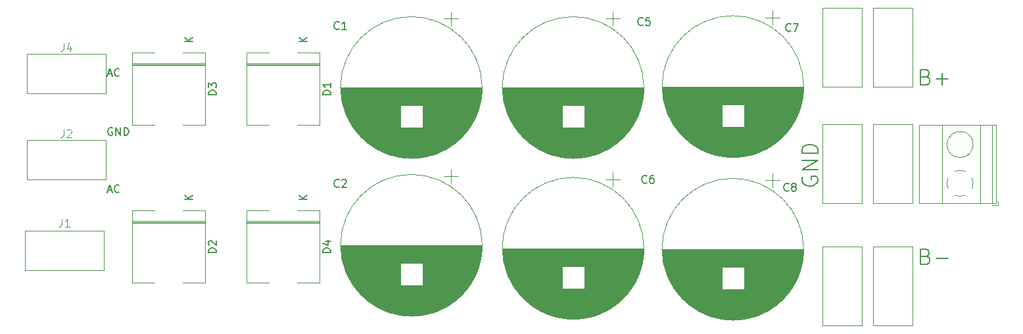
<source format=gbr>
%TF.GenerationSoftware,KiCad,Pcbnew,8.0.7*%
%TF.CreationDate,2025-02-07T19:10:24-05:00*%
%TF.ProjectId,power_supply,706f7765-725f-4737-9570-706c792e6b69,rev?*%
%TF.SameCoordinates,Original*%
%TF.FileFunction,Legend,Top*%
%TF.FilePolarity,Positive*%
%FSLAX46Y46*%
G04 Gerber Fmt 4.6, Leading zero omitted, Abs format (unit mm)*
G04 Created by KiCad (PCBNEW 8.0.7) date 2025-02-07 19:10:24*
%MOMM*%
%LPD*%
G01*
G04 APERTURE LIST*
%ADD10C,0.150000*%
%ADD11C,0.100000*%
%ADD12C,0.120000*%
G04 APERTURE END LIST*
D10*
X164720676Y-87531506D02*
X164625438Y-87721982D01*
X164625438Y-87721982D02*
X164625438Y-88007696D01*
X164625438Y-88007696D02*
X164720676Y-88293411D01*
X164720676Y-88293411D02*
X164911152Y-88483887D01*
X164911152Y-88483887D02*
X165101628Y-88579125D01*
X165101628Y-88579125D02*
X165482580Y-88674363D01*
X165482580Y-88674363D02*
X165768295Y-88674363D01*
X165768295Y-88674363D02*
X166149247Y-88579125D01*
X166149247Y-88579125D02*
X166339723Y-88483887D01*
X166339723Y-88483887D02*
X166530200Y-88293411D01*
X166530200Y-88293411D02*
X166625438Y-88007696D01*
X166625438Y-88007696D02*
X166625438Y-87817220D01*
X166625438Y-87817220D02*
X166530200Y-87531506D01*
X166530200Y-87531506D02*
X166434961Y-87436268D01*
X166434961Y-87436268D02*
X165768295Y-87436268D01*
X165768295Y-87436268D02*
X165768295Y-87817220D01*
X166625438Y-86579125D02*
X164625438Y-86579125D01*
X164625438Y-86579125D02*
X166625438Y-85436268D01*
X166625438Y-85436268D02*
X164625438Y-85436268D01*
X166625438Y-84483887D02*
X164625438Y-84483887D01*
X164625438Y-84483887D02*
X164625438Y-84007697D01*
X164625438Y-84007697D02*
X164720676Y-83721982D01*
X164720676Y-83721982D02*
X164911152Y-83531506D01*
X164911152Y-83531506D02*
X165101628Y-83436268D01*
X165101628Y-83436268D02*
X165482580Y-83341030D01*
X165482580Y-83341030D02*
X165768295Y-83341030D01*
X165768295Y-83341030D02*
X166149247Y-83436268D01*
X166149247Y-83436268D02*
X166339723Y-83531506D01*
X166339723Y-83531506D02*
X166530200Y-83721982D01*
X166530200Y-83721982D02*
X166625438Y-84007697D01*
X166625438Y-84007697D02*
X166625438Y-84483887D01*
X180565541Y-74645819D02*
X180851255Y-74741057D01*
X180851255Y-74741057D02*
X180946493Y-74836295D01*
X180946493Y-74836295D02*
X181041731Y-75026771D01*
X181041731Y-75026771D02*
X181041731Y-75312485D01*
X181041731Y-75312485D02*
X180946493Y-75502961D01*
X180946493Y-75502961D02*
X180851255Y-75598200D01*
X180851255Y-75598200D02*
X180660779Y-75693438D01*
X180660779Y-75693438D02*
X179898874Y-75693438D01*
X179898874Y-75693438D02*
X179898874Y-73693438D01*
X179898874Y-73693438D02*
X180565541Y-73693438D01*
X180565541Y-73693438D02*
X180756017Y-73788676D01*
X180756017Y-73788676D02*
X180851255Y-73883914D01*
X180851255Y-73883914D02*
X180946493Y-74074390D01*
X180946493Y-74074390D02*
X180946493Y-74264866D01*
X180946493Y-74264866D02*
X180851255Y-74455342D01*
X180851255Y-74455342D02*
X180756017Y-74550580D01*
X180756017Y-74550580D02*
X180565541Y-74645819D01*
X180565541Y-74645819D02*
X179898874Y-74645819D01*
X181898874Y-74931533D02*
X183422684Y-74931533D01*
X182660779Y-75693438D02*
X182660779Y-74169628D01*
X75219160Y-74260104D02*
X75695350Y-74260104D01*
X75123922Y-74545819D02*
X75457255Y-73545819D01*
X75457255Y-73545819D02*
X75790588Y-74545819D01*
X76695350Y-74450580D02*
X76647731Y-74498200D01*
X76647731Y-74498200D02*
X76504874Y-74545819D01*
X76504874Y-74545819D02*
X76409636Y-74545819D01*
X76409636Y-74545819D02*
X76266779Y-74498200D01*
X76266779Y-74498200D02*
X76171541Y-74402961D01*
X76171541Y-74402961D02*
X76123922Y-74307723D01*
X76123922Y-74307723D02*
X76076303Y-74117247D01*
X76076303Y-74117247D02*
X76076303Y-73974390D01*
X76076303Y-73974390D02*
X76123922Y-73783914D01*
X76123922Y-73783914D02*
X76171541Y-73688676D01*
X76171541Y-73688676D02*
X76266779Y-73593438D01*
X76266779Y-73593438D02*
X76409636Y-73545819D01*
X76409636Y-73545819D02*
X76504874Y-73545819D01*
X76504874Y-73545819D02*
X76647731Y-73593438D01*
X76647731Y-73593438D02*
X76695350Y-73641057D01*
X75219160Y-89246104D02*
X75695350Y-89246104D01*
X75123922Y-89531819D02*
X75457255Y-88531819D01*
X75457255Y-88531819D02*
X75790588Y-89531819D01*
X76695350Y-89436580D02*
X76647731Y-89484200D01*
X76647731Y-89484200D02*
X76504874Y-89531819D01*
X76504874Y-89531819D02*
X76409636Y-89531819D01*
X76409636Y-89531819D02*
X76266779Y-89484200D01*
X76266779Y-89484200D02*
X76171541Y-89388961D01*
X76171541Y-89388961D02*
X76123922Y-89293723D01*
X76123922Y-89293723D02*
X76076303Y-89103247D01*
X76076303Y-89103247D02*
X76076303Y-88960390D01*
X76076303Y-88960390D02*
X76123922Y-88769914D01*
X76123922Y-88769914D02*
X76171541Y-88674676D01*
X76171541Y-88674676D02*
X76266779Y-88579438D01*
X76266779Y-88579438D02*
X76409636Y-88531819D01*
X76409636Y-88531819D02*
X76504874Y-88531819D01*
X76504874Y-88531819D02*
X76647731Y-88579438D01*
X76647731Y-88579438D02*
X76695350Y-88627057D01*
X180565541Y-97759819D02*
X180851255Y-97855057D01*
X180851255Y-97855057D02*
X180946493Y-97950295D01*
X180946493Y-97950295D02*
X181041731Y-98140771D01*
X181041731Y-98140771D02*
X181041731Y-98426485D01*
X181041731Y-98426485D02*
X180946493Y-98616961D01*
X180946493Y-98616961D02*
X180851255Y-98712200D01*
X180851255Y-98712200D02*
X180660779Y-98807438D01*
X180660779Y-98807438D02*
X179898874Y-98807438D01*
X179898874Y-98807438D02*
X179898874Y-96807438D01*
X179898874Y-96807438D02*
X180565541Y-96807438D01*
X180565541Y-96807438D02*
X180756017Y-96902676D01*
X180756017Y-96902676D02*
X180851255Y-96997914D01*
X180851255Y-96997914D02*
X180946493Y-97188390D01*
X180946493Y-97188390D02*
X180946493Y-97378866D01*
X180946493Y-97378866D02*
X180851255Y-97569342D01*
X180851255Y-97569342D02*
X180756017Y-97664580D01*
X180756017Y-97664580D02*
X180565541Y-97759819D01*
X180565541Y-97759819D02*
X179898874Y-97759819D01*
X181898874Y-98045533D02*
X183422684Y-98045533D01*
X75790588Y-81213438D02*
X75695350Y-81165819D01*
X75695350Y-81165819D02*
X75552493Y-81165819D01*
X75552493Y-81165819D02*
X75409636Y-81213438D01*
X75409636Y-81213438D02*
X75314398Y-81308676D01*
X75314398Y-81308676D02*
X75266779Y-81403914D01*
X75266779Y-81403914D02*
X75219160Y-81594390D01*
X75219160Y-81594390D02*
X75219160Y-81737247D01*
X75219160Y-81737247D02*
X75266779Y-81927723D01*
X75266779Y-81927723D02*
X75314398Y-82022961D01*
X75314398Y-82022961D02*
X75409636Y-82118200D01*
X75409636Y-82118200D02*
X75552493Y-82165819D01*
X75552493Y-82165819D02*
X75647731Y-82165819D01*
X75647731Y-82165819D02*
X75790588Y-82118200D01*
X75790588Y-82118200D02*
X75838207Y-82070580D01*
X75838207Y-82070580D02*
X75838207Y-81737247D01*
X75838207Y-81737247D02*
X75647731Y-81737247D01*
X76266779Y-82165819D02*
X76266779Y-81165819D01*
X76266779Y-81165819D02*
X76838207Y-82165819D01*
X76838207Y-82165819D02*
X76838207Y-81165819D01*
X77314398Y-82165819D02*
X77314398Y-81165819D01*
X77314398Y-81165819D02*
X77552493Y-81165819D01*
X77552493Y-81165819D02*
X77695350Y-81213438D01*
X77695350Y-81213438D02*
X77790588Y-81308676D01*
X77790588Y-81308676D02*
X77838207Y-81403914D01*
X77838207Y-81403914D02*
X77885826Y-81594390D01*
X77885826Y-81594390D02*
X77885826Y-81737247D01*
X77885826Y-81737247D02*
X77838207Y-81927723D01*
X77838207Y-81927723D02*
X77790588Y-82022961D01*
X77790588Y-82022961D02*
X77695350Y-82118200D01*
X77695350Y-82118200D02*
X77552493Y-82165819D01*
X77552493Y-82165819D02*
X77314398Y-82165819D01*
X104989333Y-88751580D02*
X104941714Y-88799200D01*
X104941714Y-88799200D02*
X104798857Y-88846819D01*
X104798857Y-88846819D02*
X104703619Y-88846819D01*
X104703619Y-88846819D02*
X104560762Y-88799200D01*
X104560762Y-88799200D02*
X104465524Y-88703961D01*
X104465524Y-88703961D02*
X104417905Y-88608723D01*
X104417905Y-88608723D02*
X104370286Y-88418247D01*
X104370286Y-88418247D02*
X104370286Y-88275390D01*
X104370286Y-88275390D02*
X104417905Y-88084914D01*
X104417905Y-88084914D02*
X104465524Y-87989676D01*
X104465524Y-87989676D02*
X104560762Y-87894438D01*
X104560762Y-87894438D02*
X104703619Y-87846819D01*
X104703619Y-87846819D02*
X104798857Y-87846819D01*
X104798857Y-87846819D02*
X104941714Y-87894438D01*
X104941714Y-87894438D02*
X104989333Y-87942057D01*
X105370286Y-87942057D02*
X105417905Y-87894438D01*
X105417905Y-87894438D02*
X105513143Y-87846819D01*
X105513143Y-87846819D02*
X105751238Y-87846819D01*
X105751238Y-87846819D02*
X105846476Y-87894438D01*
X105846476Y-87894438D02*
X105894095Y-87942057D01*
X105894095Y-87942057D02*
X105941714Y-88037295D01*
X105941714Y-88037295D02*
X105941714Y-88132533D01*
X105941714Y-88132533D02*
X105894095Y-88275390D01*
X105894095Y-88275390D02*
X105322667Y-88846819D01*
X105322667Y-88846819D02*
X105941714Y-88846819D01*
X103914819Y-97258094D02*
X102914819Y-97258094D01*
X102914819Y-97258094D02*
X102914819Y-97019999D01*
X102914819Y-97019999D02*
X102962438Y-96877142D01*
X102962438Y-96877142D02*
X103057676Y-96781904D01*
X103057676Y-96781904D02*
X103152914Y-96734285D01*
X103152914Y-96734285D02*
X103343390Y-96686666D01*
X103343390Y-96686666D02*
X103486247Y-96686666D01*
X103486247Y-96686666D02*
X103676723Y-96734285D01*
X103676723Y-96734285D02*
X103771961Y-96781904D01*
X103771961Y-96781904D02*
X103867200Y-96877142D01*
X103867200Y-96877142D02*
X103914819Y-97019999D01*
X103914819Y-97019999D02*
X103914819Y-97258094D01*
X103248152Y-95829523D02*
X103914819Y-95829523D01*
X102867200Y-96067618D02*
X103581485Y-96305713D01*
X103581485Y-96305713D02*
X103581485Y-95686666D01*
X100844819Y-90431904D02*
X99844819Y-90431904D01*
X100844819Y-89860476D02*
X100273390Y-90289047D01*
X99844819Y-89860476D02*
X100416247Y-90431904D01*
X144105333Y-67923580D02*
X144057714Y-67971200D01*
X144057714Y-67971200D02*
X143914857Y-68018819D01*
X143914857Y-68018819D02*
X143819619Y-68018819D01*
X143819619Y-68018819D02*
X143676762Y-67971200D01*
X143676762Y-67971200D02*
X143581524Y-67875961D01*
X143581524Y-67875961D02*
X143533905Y-67780723D01*
X143533905Y-67780723D02*
X143486286Y-67590247D01*
X143486286Y-67590247D02*
X143486286Y-67447390D01*
X143486286Y-67447390D02*
X143533905Y-67256914D01*
X143533905Y-67256914D02*
X143581524Y-67161676D01*
X143581524Y-67161676D02*
X143676762Y-67066438D01*
X143676762Y-67066438D02*
X143819619Y-67018819D01*
X143819619Y-67018819D02*
X143914857Y-67018819D01*
X143914857Y-67018819D02*
X144057714Y-67066438D01*
X144057714Y-67066438D02*
X144105333Y-67114057D01*
X145010095Y-67018819D02*
X144533905Y-67018819D01*
X144533905Y-67018819D02*
X144486286Y-67495009D01*
X144486286Y-67495009D02*
X144533905Y-67447390D01*
X144533905Y-67447390D02*
X144629143Y-67399771D01*
X144629143Y-67399771D02*
X144867238Y-67399771D01*
X144867238Y-67399771D02*
X144962476Y-67447390D01*
X144962476Y-67447390D02*
X145010095Y-67495009D01*
X145010095Y-67495009D02*
X145057714Y-67590247D01*
X145057714Y-67590247D02*
X145057714Y-67828342D01*
X145057714Y-67828342D02*
X145010095Y-67923580D01*
X145010095Y-67923580D02*
X144962476Y-67971200D01*
X144962476Y-67971200D02*
X144867238Y-68018819D01*
X144867238Y-68018819D02*
X144629143Y-68018819D01*
X144629143Y-68018819D02*
X144533905Y-67971200D01*
X144533905Y-67971200D02*
X144486286Y-67923580D01*
X89182819Y-76938094D02*
X88182819Y-76938094D01*
X88182819Y-76938094D02*
X88182819Y-76699999D01*
X88182819Y-76699999D02*
X88230438Y-76557142D01*
X88230438Y-76557142D02*
X88325676Y-76461904D01*
X88325676Y-76461904D02*
X88420914Y-76414285D01*
X88420914Y-76414285D02*
X88611390Y-76366666D01*
X88611390Y-76366666D02*
X88754247Y-76366666D01*
X88754247Y-76366666D02*
X88944723Y-76414285D01*
X88944723Y-76414285D02*
X89039961Y-76461904D01*
X89039961Y-76461904D02*
X89135200Y-76557142D01*
X89135200Y-76557142D02*
X89182819Y-76699999D01*
X89182819Y-76699999D02*
X89182819Y-76938094D01*
X88182819Y-76033332D02*
X88182819Y-75414285D01*
X88182819Y-75414285D02*
X88563771Y-75747618D01*
X88563771Y-75747618D02*
X88563771Y-75604761D01*
X88563771Y-75604761D02*
X88611390Y-75509523D01*
X88611390Y-75509523D02*
X88659009Y-75461904D01*
X88659009Y-75461904D02*
X88754247Y-75414285D01*
X88754247Y-75414285D02*
X88992342Y-75414285D01*
X88992342Y-75414285D02*
X89087580Y-75461904D01*
X89087580Y-75461904D02*
X89135200Y-75509523D01*
X89135200Y-75509523D02*
X89182819Y-75604761D01*
X89182819Y-75604761D02*
X89182819Y-75890475D01*
X89182819Y-75890475D02*
X89135200Y-75985713D01*
X89135200Y-75985713D02*
X89087580Y-76033332D01*
X86112819Y-70111904D02*
X85112819Y-70111904D01*
X86112819Y-69540476D02*
X85541390Y-69969047D01*
X85112819Y-69540476D02*
X85684247Y-70111904D01*
D11*
X69262666Y-92929419D02*
X69262666Y-93643704D01*
X69262666Y-93643704D02*
X69215047Y-93786561D01*
X69215047Y-93786561D02*
X69119809Y-93881800D01*
X69119809Y-93881800D02*
X68976952Y-93929419D01*
X68976952Y-93929419D02*
X68881714Y-93929419D01*
X70262666Y-93929419D02*
X69691238Y-93929419D01*
X69976952Y-93929419D02*
X69976952Y-92929419D01*
X69976952Y-92929419D02*
X69881714Y-93072276D01*
X69881714Y-93072276D02*
X69786476Y-93167514D01*
X69786476Y-93167514D02*
X69691238Y-93215133D01*
D10*
X162901333Y-89259580D02*
X162853714Y-89307200D01*
X162853714Y-89307200D02*
X162710857Y-89354819D01*
X162710857Y-89354819D02*
X162615619Y-89354819D01*
X162615619Y-89354819D02*
X162472762Y-89307200D01*
X162472762Y-89307200D02*
X162377524Y-89211961D01*
X162377524Y-89211961D02*
X162329905Y-89116723D01*
X162329905Y-89116723D02*
X162282286Y-88926247D01*
X162282286Y-88926247D02*
X162282286Y-88783390D01*
X162282286Y-88783390D02*
X162329905Y-88592914D01*
X162329905Y-88592914D02*
X162377524Y-88497676D01*
X162377524Y-88497676D02*
X162472762Y-88402438D01*
X162472762Y-88402438D02*
X162615619Y-88354819D01*
X162615619Y-88354819D02*
X162710857Y-88354819D01*
X162710857Y-88354819D02*
X162853714Y-88402438D01*
X162853714Y-88402438D02*
X162901333Y-88450057D01*
X163472762Y-88783390D02*
X163377524Y-88735771D01*
X163377524Y-88735771D02*
X163329905Y-88688152D01*
X163329905Y-88688152D02*
X163282286Y-88592914D01*
X163282286Y-88592914D02*
X163282286Y-88545295D01*
X163282286Y-88545295D02*
X163329905Y-88450057D01*
X163329905Y-88450057D02*
X163377524Y-88402438D01*
X163377524Y-88402438D02*
X163472762Y-88354819D01*
X163472762Y-88354819D02*
X163663238Y-88354819D01*
X163663238Y-88354819D02*
X163758476Y-88402438D01*
X163758476Y-88402438D02*
X163806095Y-88450057D01*
X163806095Y-88450057D02*
X163853714Y-88545295D01*
X163853714Y-88545295D02*
X163853714Y-88592914D01*
X163853714Y-88592914D02*
X163806095Y-88688152D01*
X163806095Y-88688152D02*
X163758476Y-88735771D01*
X163758476Y-88735771D02*
X163663238Y-88783390D01*
X163663238Y-88783390D02*
X163472762Y-88783390D01*
X163472762Y-88783390D02*
X163377524Y-88831009D01*
X163377524Y-88831009D02*
X163329905Y-88878628D01*
X163329905Y-88878628D02*
X163282286Y-88973866D01*
X163282286Y-88973866D02*
X163282286Y-89164342D01*
X163282286Y-89164342D02*
X163329905Y-89259580D01*
X163329905Y-89259580D02*
X163377524Y-89307200D01*
X163377524Y-89307200D02*
X163472762Y-89354819D01*
X163472762Y-89354819D02*
X163663238Y-89354819D01*
X163663238Y-89354819D02*
X163758476Y-89307200D01*
X163758476Y-89307200D02*
X163806095Y-89259580D01*
X163806095Y-89259580D02*
X163853714Y-89164342D01*
X163853714Y-89164342D02*
X163853714Y-88973866D01*
X163853714Y-88973866D02*
X163806095Y-88878628D01*
X163806095Y-88878628D02*
X163758476Y-88831009D01*
X163758476Y-88831009D02*
X163663238Y-88783390D01*
X163155333Y-68685580D02*
X163107714Y-68733200D01*
X163107714Y-68733200D02*
X162964857Y-68780819D01*
X162964857Y-68780819D02*
X162869619Y-68780819D01*
X162869619Y-68780819D02*
X162726762Y-68733200D01*
X162726762Y-68733200D02*
X162631524Y-68637961D01*
X162631524Y-68637961D02*
X162583905Y-68542723D01*
X162583905Y-68542723D02*
X162536286Y-68352247D01*
X162536286Y-68352247D02*
X162536286Y-68209390D01*
X162536286Y-68209390D02*
X162583905Y-68018914D01*
X162583905Y-68018914D02*
X162631524Y-67923676D01*
X162631524Y-67923676D02*
X162726762Y-67828438D01*
X162726762Y-67828438D02*
X162869619Y-67780819D01*
X162869619Y-67780819D02*
X162964857Y-67780819D01*
X162964857Y-67780819D02*
X163107714Y-67828438D01*
X163107714Y-67828438D02*
X163155333Y-67876057D01*
X163488667Y-67780819D02*
X164155333Y-67780819D01*
X164155333Y-67780819D02*
X163726762Y-68780819D01*
X104989333Y-68431580D02*
X104941714Y-68479200D01*
X104941714Y-68479200D02*
X104798857Y-68526819D01*
X104798857Y-68526819D02*
X104703619Y-68526819D01*
X104703619Y-68526819D02*
X104560762Y-68479200D01*
X104560762Y-68479200D02*
X104465524Y-68383961D01*
X104465524Y-68383961D02*
X104417905Y-68288723D01*
X104417905Y-68288723D02*
X104370286Y-68098247D01*
X104370286Y-68098247D02*
X104370286Y-67955390D01*
X104370286Y-67955390D02*
X104417905Y-67764914D01*
X104417905Y-67764914D02*
X104465524Y-67669676D01*
X104465524Y-67669676D02*
X104560762Y-67574438D01*
X104560762Y-67574438D02*
X104703619Y-67526819D01*
X104703619Y-67526819D02*
X104798857Y-67526819D01*
X104798857Y-67526819D02*
X104941714Y-67574438D01*
X104941714Y-67574438D02*
X104989333Y-67622057D01*
X105941714Y-68526819D02*
X105370286Y-68526819D01*
X105656000Y-68526819D02*
X105656000Y-67526819D01*
X105656000Y-67526819D02*
X105560762Y-67669676D01*
X105560762Y-67669676D02*
X105465524Y-67764914D01*
X105465524Y-67764914D02*
X105370286Y-67812533D01*
D11*
X69516666Y-70323419D02*
X69516666Y-71037704D01*
X69516666Y-71037704D02*
X69469047Y-71180561D01*
X69469047Y-71180561D02*
X69373809Y-71275800D01*
X69373809Y-71275800D02*
X69230952Y-71323419D01*
X69230952Y-71323419D02*
X69135714Y-71323419D01*
X70421428Y-70656752D02*
X70421428Y-71323419D01*
X70183333Y-70275800D02*
X69945238Y-70990085D01*
X69945238Y-70990085D02*
X70564285Y-70990085D01*
D10*
X144613333Y-88243580D02*
X144565714Y-88291200D01*
X144565714Y-88291200D02*
X144422857Y-88338819D01*
X144422857Y-88338819D02*
X144327619Y-88338819D01*
X144327619Y-88338819D02*
X144184762Y-88291200D01*
X144184762Y-88291200D02*
X144089524Y-88195961D01*
X144089524Y-88195961D02*
X144041905Y-88100723D01*
X144041905Y-88100723D02*
X143994286Y-87910247D01*
X143994286Y-87910247D02*
X143994286Y-87767390D01*
X143994286Y-87767390D02*
X144041905Y-87576914D01*
X144041905Y-87576914D02*
X144089524Y-87481676D01*
X144089524Y-87481676D02*
X144184762Y-87386438D01*
X144184762Y-87386438D02*
X144327619Y-87338819D01*
X144327619Y-87338819D02*
X144422857Y-87338819D01*
X144422857Y-87338819D02*
X144565714Y-87386438D01*
X144565714Y-87386438D02*
X144613333Y-87434057D01*
X145470476Y-87338819D02*
X145280000Y-87338819D01*
X145280000Y-87338819D02*
X145184762Y-87386438D01*
X145184762Y-87386438D02*
X145137143Y-87434057D01*
X145137143Y-87434057D02*
X145041905Y-87576914D01*
X145041905Y-87576914D02*
X144994286Y-87767390D01*
X144994286Y-87767390D02*
X144994286Y-88148342D01*
X144994286Y-88148342D02*
X145041905Y-88243580D01*
X145041905Y-88243580D02*
X145089524Y-88291200D01*
X145089524Y-88291200D02*
X145184762Y-88338819D01*
X145184762Y-88338819D02*
X145375238Y-88338819D01*
X145375238Y-88338819D02*
X145470476Y-88291200D01*
X145470476Y-88291200D02*
X145518095Y-88243580D01*
X145518095Y-88243580D02*
X145565714Y-88148342D01*
X145565714Y-88148342D02*
X145565714Y-87910247D01*
X145565714Y-87910247D02*
X145518095Y-87815009D01*
X145518095Y-87815009D02*
X145470476Y-87767390D01*
X145470476Y-87767390D02*
X145375238Y-87719771D01*
X145375238Y-87719771D02*
X145184762Y-87719771D01*
X145184762Y-87719771D02*
X145089524Y-87767390D01*
X145089524Y-87767390D02*
X145041905Y-87815009D01*
X145041905Y-87815009D02*
X144994286Y-87910247D01*
X103914819Y-76938094D02*
X102914819Y-76938094D01*
X102914819Y-76938094D02*
X102914819Y-76699999D01*
X102914819Y-76699999D02*
X102962438Y-76557142D01*
X102962438Y-76557142D02*
X103057676Y-76461904D01*
X103057676Y-76461904D02*
X103152914Y-76414285D01*
X103152914Y-76414285D02*
X103343390Y-76366666D01*
X103343390Y-76366666D02*
X103486247Y-76366666D01*
X103486247Y-76366666D02*
X103676723Y-76414285D01*
X103676723Y-76414285D02*
X103771961Y-76461904D01*
X103771961Y-76461904D02*
X103867200Y-76557142D01*
X103867200Y-76557142D02*
X103914819Y-76699999D01*
X103914819Y-76699999D02*
X103914819Y-76938094D01*
X103914819Y-75414285D02*
X103914819Y-75985713D01*
X103914819Y-75699999D02*
X102914819Y-75699999D01*
X102914819Y-75699999D02*
X103057676Y-75795237D01*
X103057676Y-75795237D02*
X103152914Y-75890475D01*
X103152914Y-75890475D02*
X103200533Y-75985713D01*
X100844819Y-70111904D02*
X99844819Y-70111904D01*
X100844819Y-69540476D02*
X100273390Y-69969047D01*
X99844819Y-69540476D02*
X100416247Y-70111904D01*
D11*
X69516666Y-81399419D02*
X69516666Y-82113704D01*
X69516666Y-82113704D02*
X69469047Y-82256561D01*
X69469047Y-82256561D02*
X69373809Y-82351800D01*
X69373809Y-82351800D02*
X69230952Y-82399419D01*
X69230952Y-82399419D02*
X69135714Y-82399419D01*
X69945238Y-81494657D02*
X69992857Y-81447038D01*
X69992857Y-81447038D02*
X70088095Y-81399419D01*
X70088095Y-81399419D02*
X70326190Y-81399419D01*
X70326190Y-81399419D02*
X70421428Y-81447038D01*
X70421428Y-81447038D02*
X70469047Y-81494657D01*
X70469047Y-81494657D02*
X70516666Y-81589895D01*
X70516666Y-81589895D02*
X70516666Y-81685133D01*
X70516666Y-81685133D02*
X70469047Y-81827990D01*
X70469047Y-81827990D02*
X69897619Y-82399419D01*
X69897619Y-82399419D02*
X70516666Y-82399419D01*
D10*
X89182819Y-97258094D02*
X88182819Y-97258094D01*
X88182819Y-97258094D02*
X88182819Y-97019999D01*
X88182819Y-97019999D02*
X88230438Y-96877142D01*
X88230438Y-96877142D02*
X88325676Y-96781904D01*
X88325676Y-96781904D02*
X88420914Y-96734285D01*
X88420914Y-96734285D02*
X88611390Y-96686666D01*
X88611390Y-96686666D02*
X88754247Y-96686666D01*
X88754247Y-96686666D02*
X88944723Y-96734285D01*
X88944723Y-96734285D02*
X89039961Y-96781904D01*
X89039961Y-96781904D02*
X89135200Y-96877142D01*
X89135200Y-96877142D02*
X89182819Y-97019999D01*
X89182819Y-97019999D02*
X89182819Y-97258094D01*
X88278057Y-96305713D02*
X88230438Y-96258094D01*
X88230438Y-96258094D02*
X88182819Y-96162856D01*
X88182819Y-96162856D02*
X88182819Y-95924761D01*
X88182819Y-95924761D02*
X88230438Y-95829523D01*
X88230438Y-95829523D02*
X88278057Y-95781904D01*
X88278057Y-95781904D02*
X88373295Y-95734285D01*
X88373295Y-95734285D02*
X88468533Y-95734285D01*
X88468533Y-95734285D02*
X88611390Y-95781904D01*
X88611390Y-95781904D02*
X89182819Y-96353332D01*
X89182819Y-96353332D02*
X89182819Y-95734285D01*
X86112819Y-90431904D02*
X85112819Y-90431904D01*
X86112819Y-89860476D02*
X85541390Y-90289047D01*
X85112819Y-89860476D02*
X85684247Y-90431904D01*
%TO.C,J5*%
D11*
X167232000Y-106680000D02*
X172312000Y-106680000D01*
X172312000Y-96520000D01*
X167232000Y-96520000D01*
X167232000Y-106680000D01*
D12*
%TO.C,C2*%
X112860000Y-98647000D02*
X105520000Y-98647000D01*
X112860000Y-98687000D02*
X105530000Y-98687000D01*
X112860000Y-98727000D02*
X105541000Y-98727000D01*
X112860000Y-98767000D02*
X105552000Y-98767000D01*
X112860000Y-98807000D02*
X105563000Y-98807000D01*
X112860000Y-98847000D02*
X105575000Y-98847000D01*
X112860000Y-98887000D02*
X105586000Y-98887000D01*
X112860000Y-98927000D02*
X105598000Y-98927000D01*
X112860000Y-98967000D02*
X105610000Y-98967000D01*
X112860000Y-99007000D02*
X105622000Y-99007000D01*
X112860000Y-99047000D02*
X105635000Y-99047000D01*
X112860000Y-99087000D02*
X105647000Y-99087000D01*
X112860000Y-99127000D02*
X105660000Y-99127000D01*
X112860000Y-99167000D02*
X105673000Y-99167000D01*
X112860000Y-99207000D02*
X105686000Y-99207000D01*
X112860000Y-99247000D02*
X105700000Y-99247000D01*
X112860000Y-99287000D02*
X105713000Y-99287000D01*
X112860000Y-99327000D02*
X105727000Y-99327000D01*
X112860000Y-99367000D02*
X105741000Y-99367000D01*
X112860000Y-99407000D02*
X105755000Y-99407000D01*
X112860000Y-99447000D02*
X105770000Y-99447000D01*
X112860000Y-99487000D02*
X105784000Y-99487000D01*
X112860000Y-99527000D02*
X105799000Y-99527000D01*
X112860000Y-99567000D02*
X105814000Y-99567000D01*
X112860000Y-99607000D02*
X105830000Y-99607000D01*
X112860000Y-99647000D02*
X105845000Y-99647000D01*
X112860000Y-99687000D02*
X105861000Y-99687000D01*
X112860000Y-99727000D02*
X105877000Y-99727000D01*
X112860000Y-99767000D02*
X105893000Y-99767000D01*
X112860000Y-99807000D02*
X105910000Y-99807000D01*
X112860000Y-99847000D02*
X105926000Y-99847000D01*
X112860000Y-99887000D02*
X105943000Y-99887000D01*
X112860000Y-99927000D02*
X105960000Y-99927000D01*
X112860000Y-99967000D02*
X105977000Y-99967000D01*
X112860000Y-100007000D02*
X105995000Y-100007000D01*
X112860000Y-100047000D02*
X106013000Y-100047000D01*
X112860000Y-100087000D02*
X106031000Y-100087000D01*
X112860000Y-100127000D02*
X106049000Y-100127000D01*
X112860000Y-100167000D02*
X106067000Y-100167000D01*
X112860000Y-100207000D02*
X106086000Y-100207000D01*
X112860000Y-100247000D02*
X106105000Y-100247000D01*
X112860000Y-100287000D02*
X106124000Y-100287000D01*
X112860000Y-100327000D02*
X106144000Y-100327000D01*
X112860000Y-100367000D02*
X106163000Y-100367000D01*
X112860000Y-100407000D02*
X106183000Y-100407000D01*
X112860000Y-100447000D02*
X106203000Y-100447000D01*
X112860000Y-100487000D02*
X106224000Y-100487000D01*
X112860000Y-100527000D02*
X106244000Y-100527000D01*
X112860000Y-100567000D02*
X106265000Y-100567000D01*
X112860000Y-100607000D02*
X106286000Y-100607000D01*
X112860000Y-100647000D02*
X106308000Y-100647000D01*
X112860000Y-100687000D02*
X106329000Y-100687000D01*
X112860000Y-100727000D02*
X106351000Y-100727000D01*
X112860000Y-100767000D02*
X106373000Y-100767000D01*
X112860000Y-100807000D02*
X106396000Y-100807000D01*
X112860000Y-100847000D02*
X106418000Y-100847000D01*
X112860000Y-100887000D02*
X106441000Y-100887000D01*
X112860000Y-100927000D02*
X106465000Y-100927000D01*
X112860000Y-100967000D02*
X106488000Y-100967000D01*
X112860000Y-101007000D02*
X106512000Y-101007000D01*
X112860000Y-101047000D02*
X106536000Y-101047000D01*
X112860000Y-101087000D02*
X106560000Y-101087000D01*
X112860000Y-101127000D02*
X106585000Y-101127000D01*
X112860000Y-101167000D02*
X106610000Y-101167000D01*
X112860000Y-101207000D02*
X106635000Y-101207000D01*
X112860000Y-101247000D02*
X106660000Y-101247000D01*
X112860000Y-101287000D02*
X106686000Y-101287000D01*
X112860000Y-101327000D02*
X106712000Y-101327000D01*
X112860000Y-101367000D02*
X106739000Y-101367000D01*
X112860000Y-101407000D02*
X106765000Y-101407000D01*
X112860000Y-101447000D02*
X106792000Y-101447000D01*
X112860000Y-101487000D02*
X106820000Y-101487000D01*
X114340000Y-105446000D02*
X114260000Y-105446000D01*
X115114000Y-105406000D02*
X113486000Y-105406000D01*
X115466000Y-105366000D02*
X113134000Y-105366000D01*
X115735000Y-105326000D02*
X112865000Y-105326000D01*
X115961000Y-105286000D02*
X112639000Y-105286000D01*
X116160000Y-105246000D02*
X112440000Y-105246000D01*
X116339000Y-105206000D02*
X112261000Y-105206000D01*
X116503000Y-105166000D02*
X112097000Y-105166000D01*
X116655000Y-105126000D02*
X111945000Y-105126000D01*
X116798000Y-105086000D02*
X111802000Y-105086000D01*
X116932000Y-105046000D02*
X111668000Y-105046000D01*
X117059000Y-105006000D02*
X111541000Y-105006000D01*
X117180000Y-104966000D02*
X111420000Y-104966000D01*
X117296000Y-104926000D02*
X111304000Y-104926000D01*
X117407000Y-104886000D02*
X111193000Y-104886000D01*
X117514000Y-104846000D02*
X111086000Y-104846000D01*
X117617000Y-104806000D02*
X110983000Y-104806000D01*
X117716000Y-104766000D02*
X110884000Y-104766000D01*
X117812000Y-104726000D02*
X110788000Y-104726000D01*
X117905000Y-104686000D02*
X110695000Y-104686000D01*
X117996000Y-104646000D02*
X110604000Y-104646000D01*
X118084000Y-104606000D02*
X110516000Y-104606000D01*
X118169000Y-104566000D02*
X110431000Y-104566000D01*
X118252000Y-104526000D02*
X110348000Y-104526000D01*
X118333000Y-104487000D02*
X110267000Y-104487000D01*
X118413000Y-104447000D02*
X110187000Y-104447000D01*
X118490000Y-104407000D02*
X110110000Y-104407000D01*
X118565000Y-104367000D02*
X110035000Y-104367000D01*
X118639000Y-104327000D02*
X109961000Y-104327000D01*
X118712000Y-104287000D02*
X109888000Y-104287000D01*
X118782000Y-104247000D02*
X109818000Y-104247000D01*
X118852000Y-104207000D02*
X109748000Y-104207000D01*
X118920000Y-104167000D02*
X109680000Y-104167000D01*
X118986000Y-104127000D02*
X109614000Y-104127000D01*
X119052000Y-104087000D02*
X109548000Y-104087000D01*
X119116000Y-104047000D02*
X109484000Y-104047000D01*
X119179000Y-104007000D02*
X109421000Y-104007000D01*
X119241000Y-103967000D02*
X109359000Y-103967000D01*
X119302000Y-103927000D02*
X109298000Y-103927000D01*
X119362000Y-103887000D02*
X109238000Y-103887000D01*
X119415000Y-86566560D02*
X119415000Y-88366560D01*
X119420000Y-103847000D02*
X109180000Y-103847000D01*
X119478000Y-103807000D02*
X109122000Y-103807000D01*
X119535000Y-103767000D02*
X109065000Y-103767000D01*
X119591000Y-103727000D02*
X109009000Y-103727000D01*
X119646000Y-103687000D02*
X108954000Y-103687000D01*
X119700000Y-103647000D02*
X108900000Y-103647000D01*
X119754000Y-103607000D02*
X108846000Y-103607000D01*
X119806000Y-103567000D02*
X108794000Y-103567000D01*
X119858000Y-103527000D02*
X108742000Y-103527000D01*
X119909000Y-103487000D02*
X108691000Y-103487000D01*
X119960000Y-103447000D02*
X108640000Y-103447000D01*
X120009000Y-103407000D02*
X108591000Y-103407000D01*
X120058000Y-103367000D02*
X108542000Y-103367000D01*
X120106000Y-103327000D02*
X108494000Y-103327000D01*
X120154000Y-103287000D02*
X108446000Y-103287000D01*
X120201000Y-103247000D02*
X108399000Y-103247000D01*
X120247000Y-103207000D02*
X108353000Y-103207000D01*
X120293000Y-103167000D02*
X108307000Y-103167000D01*
X120315000Y-87466560D02*
X118515000Y-87466560D01*
X120338000Y-103127000D02*
X108262000Y-103127000D01*
X120382000Y-103087000D02*
X108218000Y-103087000D01*
X120426000Y-103047000D02*
X108174000Y-103047000D01*
X120470000Y-103007000D02*
X108130000Y-103007000D01*
X120512000Y-102967000D02*
X108088000Y-102967000D01*
X120554000Y-102927000D02*
X108046000Y-102927000D01*
X120596000Y-102887000D02*
X108004000Y-102887000D01*
X120637000Y-102847000D02*
X107963000Y-102847000D01*
X120678000Y-102807000D02*
X107922000Y-102807000D01*
X120718000Y-102767000D02*
X107882000Y-102767000D01*
X120758000Y-102727000D02*
X107842000Y-102727000D01*
X120797000Y-102687000D02*
X107803000Y-102687000D01*
X120836000Y-102647000D02*
X107764000Y-102647000D01*
X120874000Y-102607000D02*
X107726000Y-102607000D01*
X120912000Y-102567000D02*
X107688000Y-102567000D01*
X120949000Y-102527000D02*
X107651000Y-102527000D01*
X120986000Y-102487000D02*
X107614000Y-102487000D01*
X121022000Y-102447000D02*
X107578000Y-102447000D01*
X121058000Y-102407000D02*
X107542000Y-102407000D01*
X121094000Y-102367000D02*
X107506000Y-102367000D01*
X121129000Y-102327000D02*
X107471000Y-102327000D01*
X121164000Y-102287000D02*
X107436000Y-102287000D01*
X121198000Y-102247000D02*
X107402000Y-102247000D01*
X121232000Y-102207000D02*
X107368000Y-102207000D01*
X121265000Y-102167000D02*
X107335000Y-102167000D01*
X121299000Y-102127000D02*
X107301000Y-102127000D01*
X121331000Y-102087000D02*
X107269000Y-102087000D01*
X121364000Y-102047000D02*
X107236000Y-102047000D01*
X121396000Y-102007000D02*
X107204000Y-102007000D01*
X121427000Y-101967000D02*
X107173000Y-101967000D01*
X121459000Y-101927000D02*
X107141000Y-101927000D01*
X121490000Y-101887000D02*
X107110000Y-101887000D01*
X121520000Y-101847000D02*
X107080000Y-101847000D01*
X121550000Y-101807000D02*
X107050000Y-101807000D01*
X121580000Y-101767000D02*
X107020000Y-101767000D01*
X121610000Y-101727000D02*
X106990000Y-101727000D01*
X121639000Y-101687000D02*
X106961000Y-101687000D01*
X121668000Y-101647000D02*
X106932000Y-101647000D01*
X121697000Y-101607000D02*
X106903000Y-101607000D01*
X121725000Y-101567000D02*
X106875000Y-101567000D01*
X121753000Y-101527000D02*
X106847000Y-101527000D01*
X121780000Y-101487000D02*
X115740000Y-101487000D01*
X121808000Y-101447000D02*
X115740000Y-101447000D01*
X121835000Y-101407000D02*
X115740000Y-101407000D01*
X121861000Y-101367000D02*
X115740000Y-101367000D01*
X121888000Y-101327000D02*
X115740000Y-101327000D01*
X121914000Y-101287000D02*
X115740000Y-101287000D01*
X121940000Y-101247000D02*
X115740000Y-101247000D01*
X121965000Y-101207000D02*
X115740000Y-101207000D01*
X121990000Y-101167000D02*
X115740000Y-101167000D01*
X122015000Y-101127000D02*
X115740000Y-101127000D01*
X122040000Y-101087000D02*
X115740000Y-101087000D01*
X122064000Y-101047000D02*
X115740000Y-101047000D01*
X122088000Y-101007000D02*
X115740000Y-101007000D01*
X122112000Y-100967000D02*
X115740000Y-100967000D01*
X122135000Y-100927000D02*
X115740000Y-100927000D01*
X122159000Y-100887000D02*
X115740000Y-100887000D01*
X122182000Y-100847000D02*
X115740000Y-100847000D01*
X122204000Y-100807000D02*
X115740000Y-100807000D01*
X122227000Y-100767000D02*
X115740000Y-100767000D01*
X122249000Y-100727000D02*
X115740000Y-100727000D01*
X122271000Y-100687000D02*
X115740000Y-100687000D01*
X122292000Y-100647000D02*
X115740000Y-100647000D01*
X122314000Y-100607000D02*
X115740000Y-100607000D01*
X122335000Y-100567000D02*
X115740000Y-100567000D01*
X122356000Y-100527000D02*
X115740000Y-100527000D01*
X122376000Y-100487000D02*
X115740000Y-100487000D01*
X122397000Y-100447000D02*
X115740000Y-100447000D01*
X122417000Y-100407000D02*
X115740000Y-100407000D01*
X122437000Y-100367000D02*
X115740000Y-100367000D01*
X122456000Y-100327000D02*
X115740000Y-100327000D01*
X122476000Y-100287000D02*
X115740000Y-100287000D01*
X122495000Y-100247000D02*
X115740000Y-100247000D01*
X122514000Y-100207000D02*
X115740000Y-100207000D01*
X122533000Y-100167000D02*
X115740000Y-100167000D01*
X122551000Y-100127000D02*
X115740000Y-100127000D01*
X122569000Y-100087000D02*
X115740000Y-100087000D01*
X122587000Y-100047000D02*
X115740000Y-100047000D01*
X122605000Y-100007000D02*
X115740000Y-100007000D01*
X122623000Y-99967000D02*
X115740000Y-99967000D01*
X122640000Y-99927000D02*
X115740000Y-99927000D01*
X122657000Y-99887000D02*
X115740000Y-99887000D01*
X122674000Y-99847000D02*
X115740000Y-99847000D01*
X122690000Y-99807000D02*
X115740000Y-99807000D01*
X122707000Y-99767000D02*
X115740000Y-99767000D01*
X122723000Y-99727000D02*
X115740000Y-99727000D01*
X122739000Y-99687000D02*
X115740000Y-99687000D01*
X122755000Y-99647000D02*
X115740000Y-99647000D01*
X122770000Y-99607000D02*
X115740000Y-99607000D01*
X122786000Y-99567000D02*
X115740000Y-99567000D01*
X122801000Y-99527000D02*
X115740000Y-99527000D01*
X122816000Y-99487000D02*
X115740000Y-99487000D01*
X122830000Y-99447000D02*
X115740000Y-99447000D01*
X122845000Y-99407000D02*
X115740000Y-99407000D01*
X122859000Y-99367000D02*
X115740000Y-99367000D01*
X122873000Y-99327000D02*
X115740000Y-99327000D01*
X122887000Y-99287000D02*
X115740000Y-99287000D01*
X122900000Y-99247000D02*
X115740000Y-99247000D01*
X122914000Y-99207000D02*
X115740000Y-99207000D01*
X122927000Y-99167000D02*
X115740000Y-99167000D01*
X122940000Y-99127000D02*
X115740000Y-99127000D01*
X122953000Y-99087000D02*
X115740000Y-99087000D01*
X122965000Y-99047000D02*
X115740000Y-99047000D01*
X122978000Y-99007000D02*
X115740000Y-99007000D01*
X122990000Y-98967000D02*
X115740000Y-98967000D01*
X123002000Y-98927000D02*
X115740000Y-98927000D01*
X123014000Y-98887000D02*
X115740000Y-98887000D01*
X123025000Y-98847000D02*
X115740000Y-98847000D01*
X123037000Y-98807000D02*
X115740000Y-98807000D01*
X123048000Y-98767000D02*
X115740000Y-98767000D01*
X123059000Y-98727000D02*
X115740000Y-98727000D01*
X123070000Y-98687000D02*
X115740000Y-98687000D01*
X123080000Y-98647000D02*
X115740000Y-98647000D01*
X123091000Y-98607000D02*
X105509000Y-98607000D01*
X123101000Y-98567000D02*
X105499000Y-98567000D01*
X123111000Y-98527000D02*
X105489000Y-98527000D01*
X123121000Y-98487000D02*
X105479000Y-98487000D01*
X123131000Y-98447000D02*
X105469000Y-98447000D01*
X123140000Y-98407000D02*
X105460000Y-98407000D01*
X123149000Y-98367000D02*
X105451000Y-98367000D01*
X123158000Y-98327000D02*
X105442000Y-98327000D01*
X123167000Y-98287000D02*
X105433000Y-98287000D01*
X123176000Y-98247000D02*
X105424000Y-98247000D01*
X123185000Y-98207000D02*
X105415000Y-98207000D01*
X123193000Y-98167000D02*
X105407000Y-98167000D01*
X123201000Y-98127000D02*
X105399000Y-98127000D01*
X123209000Y-98087000D02*
X105391000Y-98087000D01*
X123217000Y-98047000D02*
X105383000Y-98047000D01*
X123224000Y-98007000D02*
X105376000Y-98007000D01*
X123232000Y-97967000D02*
X105368000Y-97967000D01*
X123239000Y-97927000D02*
X105361000Y-97927000D01*
X123246000Y-97887000D02*
X105354000Y-97887000D01*
X123253000Y-97847000D02*
X105347000Y-97847000D01*
X123260000Y-97807000D02*
X105340000Y-97807000D01*
X123266000Y-97767000D02*
X105334000Y-97767000D01*
X123272000Y-97727000D02*
X105328000Y-97727000D01*
X123279000Y-97687000D02*
X105321000Y-97687000D01*
X123284000Y-97647000D02*
X105316000Y-97647000D01*
X123290000Y-97607000D02*
X105310000Y-97607000D01*
X123296000Y-97567000D02*
X105304000Y-97567000D01*
X123301000Y-97527000D02*
X105299000Y-97527000D01*
X123306000Y-97487000D02*
X105294000Y-97487000D01*
X123311000Y-97447000D02*
X105289000Y-97447000D01*
X123316000Y-97407000D02*
X105284000Y-97407000D01*
X123321000Y-97367000D02*
X105279000Y-97367000D01*
X123326000Y-97327000D02*
X105274000Y-97327000D01*
X123330000Y-97287000D02*
X105270000Y-97287000D01*
X123334000Y-97247000D02*
X105266000Y-97247000D01*
X123338000Y-97207000D02*
X105262000Y-97207000D01*
X123342000Y-97167000D02*
X105258000Y-97167000D01*
X123345000Y-97127000D02*
X105255000Y-97127000D01*
X123349000Y-97087000D02*
X105251000Y-97087000D01*
X123352000Y-97047000D02*
X105248000Y-97047000D01*
X123355000Y-97006000D02*
X105245000Y-97006000D01*
X123358000Y-96966000D02*
X105242000Y-96966000D01*
X123361000Y-96926000D02*
X105239000Y-96926000D01*
X123363000Y-96886000D02*
X105237000Y-96886000D01*
X123366000Y-96846000D02*
X105234000Y-96846000D01*
X123368000Y-96806000D02*
X105232000Y-96806000D01*
X123370000Y-96766000D02*
X105230000Y-96766000D01*
X123372000Y-96726000D02*
X105228000Y-96726000D01*
X123373000Y-96686000D02*
X105227000Y-96686000D01*
X123375000Y-96646000D02*
X105225000Y-96646000D01*
X123376000Y-96606000D02*
X105224000Y-96606000D01*
X123377000Y-96566000D02*
X105223000Y-96566000D01*
X123378000Y-96526000D02*
X105222000Y-96526000D01*
X123379000Y-96486000D02*
X105221000Y-96486000D01*
X123380000Y-96366000D02*
X105220000Y-96366000D01*
X123380000Y-96406000D02*
X105220000Y-96406000D01*
X123380000Y-96446000D02*
X105220000Y-96446000D01*
X123381000Y-96326000D02*
X105219000Y-96326000D01*
X123420000Y-96326000D02*
G75*
G02*
X105180000Y-96326000I-9120000J0D01*
G01*
X105180000Y-96326000D02*
G75*
G02*
X123420000Y-96326000I9120000J0D01*
G01*
%TO.C,D4*%
X93120000Y-91850000D02*
X93120000Y-101190000D01*
X93120000Y-101190000D02*
X95950000Y-101190000D01*
X95950000Y-91850000D02*
X93120000Y-91850000D01*
X99630000Y-91850000D02*
X102460000Y-91850000D01*
X102460000Y-91850000D02*
X102460000Y-101190000D01*
X102460000Y-93215000D02*
X93120000Y-93215000D01*
X102460000Y-93335000D02*
X93120000Y-93335000D01*
X102460000Y-93455000D02*
X93120000Y-93455000D01*
X102460000Y-101190000D02*
X99630000Y-101190000D01*
%TO.C,C5*%
X133688000Y-78327000D02*
X126348000Y-78327000D01*
X133688000Y-78367000D02*
X126358000Y-78367000D01*
X133688000Y-78407000D02*
X126369000Y-78407000D01*
X133688000Y-78447000D02*
X126380000Y-78447000D01*
X133688000Y-78487000D02*
X126391000Y-78487000D01*
X133688000Y-78527000D02*
X126403000Y-78527000D01*
X133688000Y-78567000D02*
X126414000Y-78567000D01*
X133688000Y-78607000D02*
X126426000Y-78607000D01*
X133688000Y-78647000D02*
X126438000Y-78647000D01*
X133688000Y-78687000D02*
X126450000Y-78687000D01*
X133688000Y-78727000D02*
X126463000Y-78727000D01*
X133688000Y-78767000D02*
X126475000Y-78767000D01*
X133688000Y-78807000D02*
X126488000Y-78807000D01*
X133688000Y-78847000D02*
X126501000Y-78847000D01*
X133688000Y-78887000D02*
X126514000Y-78887000D01*
X133688000Y-78927000D02*
X126528000Y-78927000D01*
X133688000Y-78967000D02*
X126541000Y-78967000D01*
X133688000Y-79007000D02*
X126555000Y-79007000D01*
X133688000Y-79047000D02*
X126569000Y-79047000D01*
X133688000Y-79087000D02*
X126583000Y-79087000D01*
X133688000Y-79127000D02*
X126598000Y-79127000D01*
X133688000Y-79167000D02*
X126612000Y-79167000D01*
X133688000Y-79207000D02*
X126627000Y-79207000D01*
X133688000Y-79247000D02*
X126642000Y-79247000D01*
X133688000Y-79287000D02*
X126658000Y-79287000D01*
X133688000Y-79327000D02*
X126673000Y-79327000D01*
X133688000Y-79367000D02*
X126689000Y-79367000D01*
X133688000Y-79407000D02*
X126705000Y-79407000D01*
X133688000Y-79447000D02*
X126721000Y-79447000D01*
X133688000Y-79487000D02*
X126738000Y-79487000D01*
X133688000Y-79527000D02*
X126754000Y-79527000D01*
X133688000Y-79567000D02*
X126771000Y-79567000D01*
X133688000Y-79607000D02*
X126788000Y-79607000D01*
X133688000Y-79647000D02*
X126805000Y-79647000D01*
X133688000Y-79687000D02*
X126823000Y-79687000D01*
X133688000Y-79727000D02*
X126841000Y-79727000D01*
X133688000Y-79767000D02*
X126859000Y-79767000D01*
X133688000Y-79807000D02*
X126877000Y-79807000D01*
X133688000Y-79847000D02*
X126895000Y-79847000D01*
X133688000Y-79887000D02*
X126914000Y-79887000D01*
X133688000Y-79927000D02*
X126933000Y-79927000D01*
X133688000Y-79967000D02*
X126952000Y-79967000D01*
X133688000Y-80007000D02*
X126972000Y-80007000D01*
X133688000Y-80047000D02*
X126991000Y-80047000D01*
X133688000Y-80087000D02*
X127011000Y-80087000D01*
X133688000Y-80127000D02*
X127031000Y-80127000D01*
X133688000Y-80167000D02*
X127052000Y-80167000D01*
X133688000Y-80207000D02*
X127072000Y-80207000D01*
X133688000Y-80247000D02*
X127093000Y-80247000D01*
X133688000Y-80287000D02*
X127114000Y-80287000D01*
X133688000Y-80327000D02*
X127136000Y-80327000D01*
X133688000Y-80367000D02*
X127157000Y-80367000D01*
X133688000Y-80407000D02*
X127179000Y-80407000D01*
X133688000Y-80447000D02*
X127201000Y-80447000D01*
X133688000Y-80487000D02*
X127224000Y-80487000D01*
X133688000Y-80527000D02*
X127246000Y-80527000D01*
X133688000Y-80567000D02*
X127269000Y-80567000D01*
X133688000Y-80607000D02*
X127293000Y-80607000D01*
X133688000Y-80647000D02*
X127316000Y-80647000D01*
X133688000Y-80687000D02*
X127340000Y-80687000D01*
X133688000Y-80727000D02*
X127364000Y-80727000D01*
X133688000Y-80767000D02*
X127388000Y-80767000D01*
X133688000Y-80807000D02*
X127413000Y-80807000D01*
X133688000Y-80847000D02*
X127438000Y-80847000D01*
X133688000Y-80887000D02*
X127463000Y-80887000D01*
X133688000Y-80927000D02*
X127488000Y-80927000D01*
X133688000Y-80967000D02*
X127514000Y-80967000D01*
X133688000Y-81007000D02*
X127540000Y-81007000D01*
X133688000Y-81047000D02*
X127567000Y-81047000D01*
X133688000Y-81087000D02*
X127593000Y-81087000D01*
X133688000Y-81127000D02*
X127620000Y-81127000D01*
X133688000Y-81167000D02*
X127648000Y-81167000D01*
X135168000Y-85126000D02*
X135088000Y-85126000D01*
X135942000Y-85086000D02*
X134314000Y-85086000D01*
X136294000Y-85046000D02*
X133962000Y-85046000D01*
X136563000Y-85006000D02*
X133693000Y-85006000D01*
X136789000Y-84966000D02*
X133467000Y-84966000D01*
X136988000Y-84926000D02*
X133268000Y-84926000D01*
X137167000Y-84886000D02*
X133089000Y-84886000D01*
X137331000Y-84846000D02*
X132925000Y-84846000D01*
X137483000Y-84806000D02*
X132773000Y-84806000D01*
X137626000Y-84766000D02*
X132630000Y-84766000D01*
X137760000Y-84726000D02*
X132496000Y-84726000D01*
X137887000Y-84686000D02*
X132369000Y-84686000D01*
X138008000Y-84646000D02*
X132248000Y-84646000D01*
X138124000Y-84606000D02*
X132132000Y-84606000D01*
X138235000Y-84566000D02*
X132021000Y-84566000D01*
X138342000Y-84526000D02*
X131914000Y-84526000D01*
X138445000Y-84486000D02*
X131811000Y-84486000D01*
X138544000Y-84446000D02*
X131712000Y-84446000D01*
X138640000Y-84406000D02*
X131616000Y-84406000D01*
X138733000Y-84366000D02*
X131523000Y-84366000D01*
X138824000Y-84326000D02*
X131432000Y-84326000D01*
X138912000Y-84286000D02*
X131344000Y-84286000D01*
X138997000Y-84246000D02*
X131259000Y-84246000D01*
X139080000Y-84206000D02*
X131176000Y-84206000D01*
X139161000Y-84167000D02*
X131095000Y-84167000D01*
X139241000Y-84127000D02*
X131015000Y-84127000D01*
X139318000Y-84087000D02*
X130938000Y-84087000D01*
X139393000Y-84047000D02*
X130863000Y-84047000D01*
X139467000Y-84007000D02*
X130789000Y-84007000D01*
X139540000Y-83967000D02*
X130716000Y-83967000D01*
X139610000Y-83927000D02*
X130646000Y-83927000D01*
X139680000Y-83887000D02*
X130576000Y-83887000D01*
X139748000Y-83847000D02*
X130508000Y-83847000D01*
X139814000Y-83807000D02*
X130442000Y-83807000D01*
X139880000Y-83767000D02*
X130376000Y-83767000D01*
X139944000Y-83727000D02*
X130312000Y-83727000D01*
X140007000Y-83687000D02*
X130249000Y-83687000D01*
X140069000Y-83647000D02*
X130187000Y-83647000D01*
X140130000Y-83607000D02*
X130126000Y-83607000D01*
X140190000Y-83567000D02*
X130066000Y-83567000D01*
X140243000Y-66246560D02*
X140243000Y-68046560D01*
X140248000Y-83527000D02*
X130008000Y-83527000D01*
X140306000Y-83487000D02*
X129950000Y-83487000D01*
X140363000Y-83447000D02*
X129893000Y-83447000D01*
X140419000Y-83407000D02*
X129837000Y-83407000D01*
X140474000Y-83367000D02*
X129782000Y-83367000D01*
X140528000Y-83327000D02*
X129728000Y-83327000D01*
X140582000Y-83287000D02*
X129674000Y-83287000D01*
X140634000Y-83247000D02*
X129622000Y-83247000D01*
X140686000Y-83207000D02*
X129570000Y-83207000D01*
X140737000Y-83167000D02*
X129519000Y-83167000D01*
X140788000Y-83127000D02*
X129468000Y-83127000D01*
X140837000Y-83087000D02*
X129419000Y-83087000D01*
X140886000Y-83047000D02*
X129370000Y-83047000D01*
X140934000Y-83007000D02*
X129322000Y-83007000D01*
X140982000Y-82967000D02*
X129274000Y-82967000D01*
X141029000Y-82927000D02*
X129227000Y-82927000D01*
X141075000Y-82887000D02*
X129181000Y-82887000D01*
X141121000Y-82847000D02*
X129135000Y-82847000D01*
X141143000Y-67146560D02*
X139343000Y-67146560D01*
X141166000Y-82807000D02*
X129090000Y-82807000D01*
X141210000Y-82767000D02*
X129046000Y-82767000D01*
X141254000Y-82727000D02*
X129002000Y-82727000D01*
X141298000Y-82687000D02*
X128958000Y-82687000D01*
X141340000Y-82647000D02*
X128916000Y-82647000D01*
X141382000Y-82607000D02*
X128874000Y-82607000D01*
X141424000Y-82567000D02*
X128832000Y-82567000D01*
X141465000Y-82527000D02*
X128791000Y-82527000D01*
X141506000Y-82487000D02*
X128750000Y-82487000D01*
X141546000Y-82447000D02*
X128710000Y-82447000D01*
X141586000Y-82407000D02*
X128670000Y-82407000D01*
X141625000Y-82367000D02*
X128631000Y-82367000D01*
X141664000Y-82327000D02*
X128592000Y-82327000D01*
X141702000Y-82287000D02*
X128554000Y-82287000D01*
X141740000Y-82247000D02*
X128516000Y-82247000D01*
X141777000Y-82207000D02*
X128479000Y-82207000D01*
X141814000Y-82167000D02*
X128442000Y-82167000D01*
X141850000Y-82127000D02*
X128406000Y-82127000D01*
X141886000Y-82087000D02*
X128370000Y-82087000D01*
X141922000Y-82047000D02*
X128334000Y-82047000D01*
X141957000Y-82007000D02*
X128299000Y-82007000D01*
X141992000Y-81967000D02*
X128264000Y-81967000D01*
X142026000Y-81927000D02*
X128230000Y-81927000D01*
X142060000Y-81887000D02*
X128196000Y-81887000D01*
X142093000Y-81847000D02*
X128163000Y-81847000D01*
X142127000Y-81807000D02*
X128129000Y-81807000D01*
X142159000Y-81767000D02*
X128097000Y-81767000D01*
X142192000Y-81727000D02*
X128064000Y-81727000D01*
X142224000Y-81687000D02*
X128032000Y-81687000D01*
X142255000Y-81647000D02*
X128001000Y-81647000D01*
X142287000Y-81607000D02*
X127969000Y-81607000D01*
X142318000Y-81567000D02*
X127938000Y-81567000D01*
X142348000Y-81527000D02*
X127908000Y-81527000D01*
X142378000Y-81487000D02*
X127878000Y-81487000D01*
X142408000Y-81447000D02*
X127848000Y-81447000D01*
X142438000Y-81407000D02*
X127818000Y-81407000D01*
X142467000Y-81367000D02*
X127789000Y-81367000D01*
X142496000Y-81327000D02*
X127760000Y-81327000D01*
X142525000Y-81287000D02*
X127731000Y-81287000D01*
X142553000Y-81247000D02*
X127703000Y-81247000D01*
X142581000Y-81207000D02*
X127675000Y-81207000D01*
X142608000Y-81167000D02*
X136568000Y-81167000D01*
X142636000Y-81127000D02*
X136568000Y-81127000D01*
X142663000Y-81087000D02*
X136568000Y-81087000D01*
X142689000Y-81047000D02*
X136568000Y-81047000D01*
X142716000Y-81007000D02*
X136568000Y-81007000D01*
X142742000Y-80967000D02*
X136568000Y-80967000D01*
X142768000Y-80927000D02*
X136568000Y-80927000D01*
X142793000Y-80887000D02*
X136568000Y-80887000D01*
X142818000Y-80847000D02*
X136568000Y-80847000D01*
X142843000Y-80807000D02*
X136568000Y-80807000D01*
X142868000Y-80767000D02*
X136568000Y-80767000D01*
X142892000Y-80727000D02*
X136568000Y-80727000D01*
X142916000Y-80687000D02*
X136568000Y-80687000D01*
X142940000Y-80647000D02*
X136568000Y-80647000D01*
X142963000Y-80607000D02*
X136568000Y-80607000D01*
X142987000Y-80567000D02*
X136568000Y-80567000D01*
X143010000Y-80527000D02*
X136568000Y-80527000D01*
X143032000Y-80487000D02*
X136568000Y-80487000D01*
X143055000Y-80447000D02*
X136568000Y-80447000D01*
X143077000Y-80407000D02*
X136568000Y-80407000D01*
X143099000Y-80367000D02*
X136568000Y-80367000D01*
X143120000Y-80327000D02*
X136568000Y-80327000D01*
X143142000Y-80287000D02*
X136568000Y-80287000D01*
X143163000Y-80247000D02*
X136568000Y-80247000D01*
X143184000Y-80207000D02*
X136568000Y-80207000D01*
X143204000Y-80167000D02*
X136568000Y-80167000D01*
X143225000Y-80127000D02*
X136568000Y-80127000D01*
X143245000Y-80087000D02*
X136568000Y-80087000D01*
X143265000Y-80047000D02*
X136568000Y-80047000D01*
X143284000Y-80007000D02*
X136568000Y-80007000D01*
X143304000Y-79967000D02*
X136568000Y-79967000D01*
X143323000Y-79927000D02*
X136568000Y-79927000D01*
X143342000Y-79887000D02*
X136568000Y-79887000D01*
X143361000Y-79847000D02*
X136568000Y-79847000D01*
X143379000Y-79807000D02*
X136568000Y-79807000D01*
X143397000Y-79767000D02*
X136568000Y-79767000D01*
X143415000Y-79727000D02*
X136568000Y-79727000D01*
X143433000Y-79687000D02*
X136568000Y-79687000D01*
X143451000Y-79647000D02*
X136568000Y-79647000D01*
X143468000Y-79607000D02*
X136568000Y-79607000D01*
X143485000Y-79567000D02*
X136568000Y-79567000D01*
X143502000Y-79527000D02*
X136568000Y-79527000D01*
X143518000Y-79487000D02*
X136568000Y-79487000D01*
X143535000Y-79447000D02*
X136568000Y-79447000D01*
X143551000Y-79407000D02*
X136568000Y-79407000D01*
X143567000Y-79367000D02*
X136568000Y-79367000D01*
X143583000Y-79327000D02*
X136568000Y-79327000D01*
X143598000Y-79287000D02*
X136568000Y-79287000D01*
X143614000Y-79247000D02*
X136568000Y-79247000D01*
X143629000Y-79207000D02*
X136568000Y-79207000D01*
X143644000Y-79167000D02*
X136568000Y-79167000D01*
X143658000Y-79127000D02*
X136568000Y-79127000D01*
X143673000Y-79087000D02*
X136568000Y-79087000D01*
X143687000Y-79047000D02*
X136568000Y-79047000D01*
X143701000Y-79007000D02*
X136568000Y-79007000D01*
X143715000Y-78967000D02*
X136568000Y-78967000D01*
X143728000Y-78927000D02*
X136568000Y-78927000D01*
X143742000Y-78887000D02*
X136568000Y-78887000D01*
X143755000Y-78847000D02*
X136568000Y-78847000D01*
X143768000Y-78807000D02*
X136568000Y-78807000D01*
X143781000Y-78767000D02*
X136568000Y-78767000D01*
X143793000Y-78727000D02*
X136568000Y-78727000D01*
X143806000Y-78687000D02*
X136568000Y-78687000D01*
X143818000Y-78647000D02*
X136568000Y-78647000D01*
X143830000Y-78607000D02*
X136568000Y-78607000D01*
X143842000Y-78567000D02*
X136568000Y-78567000D01*
X143853000Y-78527000D02*
X136568000Y-78527000D01*
X143865000Y-78487000D02*
X136568000Y-78487000D01*
X143876000Y-78447000D02*
X136568000Y-78447000D01*
X143887000Y-78407000D02*
X136568000Y-78407000D01*
X143898000Y-78367000D02*
X136568000Y-78367000D01*
X143908000Y-78327000D02*
X136568000Y-78327000D01*
X143919000Y-78287000D02*
X126337000Y-78287000D01*
X143929000Y-78247000D02*
X126327000Y-78247000D01*
X143939000Y-78207000D02*
X126317000Y-78207000D01*
X143949000Y-78167000D02*
X126307000Y-78167000D01*
X143959000Y-78127000D02*
X126297000Y-78127000D01*
X143968000Y-78087000D02*
X126288000Y-78087000D01*
X143977000Y-78047000D02*
X126279000Y-78047000D01*
X143986000Y-78007000D02*
X126270000Y-78007000D01*
X143995000Y-77967000D02*
X126261000Y-77967000D01*
X144004000Y-77927000D02*
X126252000Y-77927000D01*
X144013000Y-77887000D02*
X126243000Y-77887000D01*
X144021000Y-77847000D02*
X126235000Y-77847000D01*
X144029000Y-77807000D02*
X126227000Y-77807000D01*
X144037000Y-77767000D02*
X126219000Y-77767000D01*
X144045000Y-77727000D02*
X126211000Y-77727000D01*
X144052000Y-77687000D02*
X126204000Y-77687000D01*
X144060000Y-77647000D02*
X126196000Y-77647000D01*
X144067000Y-77607000D02*
X126189000Y-77607000D01*
X144074000Y-77567000D02*
X126182000Y-77567000D01*
X144081000Y-77527000D02*
X126175000Y-77527000D01*
X144088000Y-77487000D02*
X126168000Y-77487000D01*
X144094000Y-77447000D02*
X126162000Y-77447000D01*
X144100000Y-77407000D02*
X126156000Y-77407000D01*
X144107000Y-77367000D02*
X126149000Y-77367000D01*
X144112000Y-77327000D02*
X126144000Y-77327000D01*
X144118000Y-77287000D02*
X126138000Y-77287000D01*
X144124000Y-77247000D02*
X126132000Y-77247000D01*
X144129000Y-77207000D02*
X126127000Y-77207000D01*
X144134000Y-77167000D02*
X126122000Y-77167000D01*
X144139000Y-77127000D02*
X126117000Y-77127000D01*
X144144000Y-77087000D02*
X126112000Y-77087000D01*
X144149000Y-77047000D02*
X126107000Y-77047000D01*
X144154000Y-77007000D02*
X126102000Y-77007000D01*
X144158000Y-76967000D02*
X126098000Y-76967000D01*
X144162000Y-76927000D02*
X126094000Y-76927000D01*
X144166000Y-76887000D02*
X126090000Y-76887000D01*
X144170000Y-76847000D02*
X126086000Y-76847000D01*
X144173000Y-76807000D02*
X126083000Y-76807000D01*
X144177000Y-76767000D02*
X126079000Y-76767000D01*
X144180000Y-76727000D02*
X126076000Y-76727000D01*
X144183000Y-76686000D02*
X126073000Y-76686000D01*
X144186000Y-76646000D02*
X126070000Y-76646000D01*
X144189000Y-76606000D02*
X126067000Y-76606000D01*
X144191000Y-76566000D02*
X126065000Y-76566000D01*
X144194000Y-76526000D02*
X126062000Y-76526000D01*
X144196000Y-76486000D02*
X126060000Y-76486000D01*
X144198000Y-76446000D02*
X126058000Y-76446000D01*
X144200000Y-76406000D02*
X126056000Y-76406000D01*
X144201000Y-76366000D02*
X126055000Y-76366000D01*
X144203000Y-76326000D02*
X126053000Y-76326000D01*
X144204000Y-76286000D02*
X126052000Y-76286000D01*
X144205000Y-76246000D02*
X126051000Y-76246000D01*
X144206000Y-76206000D02*
X126050000Y-76206000D01*
X144207000Y-76166000D02*
X126049000Y-76166000D01*
X144208000Y-76046000D02*
X126048000Y-76046000D01*
X144208000Y-76086000D02*
X126048000Y-76086000D01*
X144208000Y-76126000D02*
X126048000Y-76126000D01*
X144209000Y-76006000D02*
X126047000Y-76006000D01*
X144248000Y-76006000D02*
G75*
G02*
X126008000Y-76006000I-9120000J0D01*
G01*
X126008000Y-76006000D02*
G75*
G02*
X144248000Y-76006000I9120000J0D01*
G01*
%TO.C,J3*%
D11*
X173736000Y-90932000D02*
X178816000Y-90932000D01*
X178816000Y-80772000D01*
X173736000Y-80772000D01*
X173736000Y-90932000D01*
D12*
%TO.C,D3*%
X78388000Y-71530000D02*
X78388000Y-80870000D01*
X78388000Y-80870000D02*
X81218000Y-80870000D01*
X81218000Y-71530000D02*
X78388000Y-71530000D01*
X84898000Y-71530000D02*
X87728000Y-71530000D01*
X87728000Y-71530000D02*
X87728000Y-80870000D01*
X87728000Y-72895000D02*
X78388000Y-72895000D01*
X87728000Y-73015000D02*
X78388000Y-73015000D01*
X87728000Y-73135000D02*
X78388000Y-73135000D01*
X87728000Y-80870000D02*
X84898000Y-80870000D01*
%TO.C,J1*%
D11*
X64516000Y-94488000D02*
X74676000Y-94488000D01*
X74676000Y-99568000D01*
X64516000Y-99568000D01*
X64516000Y-94488000D01*
D12*
%TO.C,C8*%
X154262000Y-99155000D02*
X146922000Y-99155000D01*
X154262000Y-99195000D02*
X146932000Y-99195000D01*
X154262000Y-99235000D02*
X146943000Y-99235000D01*
X154262000Y-99275000D02*
X146954000Y-99275000D01*
X154262000Y-99315000D02*
X146965000Y-99315000D01*
X154262000Y-99355000D02*
X146977000Y-99355000D01*
X154262000Y-99395000D02*
X146988000Y-99395000D01*
X154262000Y-99435000D02*
X147000000Y-99435000D01*
X154262000Y-99475000D02*
X147012000Y-99475000D01*
X154262000Y-99515000D02*
X147024000Y-99515000D01*
X154262000Y-99555000D02*
X147037000Y-99555000D01*
X154262000Y-99595000D02*
X147049000Y-99595000D01*
X154262000Y-99635000D02*
X147062000Y-99635000D01*
X154262000Y-99675000D02*
X147075000Y-99675000D01*
X154262000Y-99715000D02*
X147088000Y-99715000D01*
X154262000Y-99755000D02*
X147102000Y-99755000D01*
X154262000Y-99795000D02*
X147115000Y-99795000D01*
X154262000Y-99835000D02*
X147129000Y-99835000D01*
X154262000Y-99875000D02*
X147143000Y-99875000D01*
X154262000Y-99915000D02*
X147157000Y-99915000D01*
X154262000Y-99955000D02*
X147172000Y-99955000D01*
X154262000Y-99995000D02*
X147186000Y-99995000D01*
X154262000Y-100035000D02*
X147201000Y-100035000D01*
X154262000Y-100075000D02*
X147216000Y-100075000D01*
X154262000Y-100115000D02*
X147232000Y-100115000D01*
X154262000Y-100155000D02*
X147247000Y-100155000D01*
X154262000Y-100195000D02*
X147263000Y-100195000D01*
X154262000Y-100235000D02*
X147279000Y-100235000D01*
X154262000Y-100275000D02*
X147295000Y-100275000D01*
X154262000Y-100315000D02*
X147312000Y-100315000D01*
X154262000Y-100355000D02*
X147328000Y-100355000D01*
X154262000Y-100395000D02*
X147345000Y-100395000D01*
X154262000Y-100435000D02*
X147362000Y-100435000D01*
X154262000Y-100475000D02*
X147379000Y-100475000D01*
X154262000Y-100515000D02*
X147397000Y-100515000D01*
X154262000Y-100555000D02*
X147415000Y-100555000D01*
X154262000Y-100595000D02*
X147433000Y-100595000D01*
X154262000Y-100635000D02*
X147451000Y-100635000D01*
X154262000Y-100675000D02*
X147469000Y-100675000D01*
X154262000Y-100715000D02*
X147488000Y-100715000D01*
X154262000Y-100755000D02*
X147507000Y-100755000D01*
X154262000Y-100795000D02*
X147526000Y-100795000D01*
X154262000Y-100835000D02*
X147546000Y-100835000D01*
X154262000Y-100875000D02*
X147565000Y-100875000D01*
X154262000Y-100915000D02*
X147585000Y-100915000D01*
X154262000Y-100955000D02*
X147605000Y-100955000D01*
X154262000Y-100995000D02*
X147626000Y-100995000D01*
X154262000Y-101035000D02*
X147646000Y-101035000D01*
X154262000Y-101075000D02*
X147667000Y-101075000D01*
X154262000Y-101115000D02*
X147688000Y-101115000D01*
X154262000Y-101155000D02*
X147710000Y-101155000D01*
X154262000Y-101195000D02*
X147731000Y-101195000D01*
X154262000Y-101235000D02*
X147753000Y-101235000D01*
X154262000Y-101275000D02*
X147775000Y-101275000D01*
X154262000Y-101315000D02*
X147798000Y-101315000D01*
X154262000Y-101355000D02*
X147820000Y-101355000D01*
X154262000Y-101395000D02*
X147843000Y-101395000D01*
X154262000Y-101435000D02*
X147867000Y-101435000D01*
X154262000Y-101475000D02*
X147890000Y-101475000D01*
X154262000Y-101515000D02*
X147914000Y-101515000D01*
X154262000Y-101555000D02*
X147938000Y-101555000D01*
X154262000Y-101595000D02*
X147962000Y-101595000D01*
X154262000Y-101635000D02*
X147987000Y-101635000D01*
X154262000Y-101675000D02*
X148012000Y-101675000D01*
X154262000Y-101715000D02*
X148037000Y-101715000D01*
X154262000Y-101755000D02*
X148062000Y-101755000D01*
X154262000Y-101795000D02*
X148088000Y-101795000D01*
X154262000Y-101835000D02*
X148114000Y-101835000D01*
X154262000Y-101875000D02*
X148141000Y-101875000D01*
X154262000Y-101915000D02*
X148167000Y-101915000D01*
X154262000Y-101955000D02*
X148194000Y-101955000D01*
X154262000Y-101995000D02*
X148222000Y-101995000D01*
X155742000Y-105954000D02*
X155662000Y-105954000D01*
X156516000Y-105914000D02*
X154888000Y-105914000D01*
X156868000Y-105874000D02*
X154536000Y-105874000D01*
X157137000Y-105834000D02*
X154267000Y-105834000D01*
X157363000Y-105794000D02*
X154041000Y-105794000D01*
X157562000Y-105754000D02*
X153842000Y-105754000D01*
X157741000Y-105714000D02*
X153663000Y-105714000D01*
X157905000Y-105674000D02*
X153499000Y-105674000D01*
X158057000Y-105634000D02*
X153347000Y-105634000D01*
X158200000Y-105594000D02*
X153204000Y-105594000D01*
X158334000Y-105554000D02*
X153070000Y-105554000D01*
X158461000Y-105514000D02*
X152943000Y-105514000D01*
X158582000Y-105474000D02*
X152822000Y-105474000D01*
X158698000Y-105434000D02*
X152706000Y-105434000D01*
X158809000Y-105394000D02*
X152595000Y-105394000D01*
X158916000Y-105354000D02*
X152488000Y-105354000D01*
X159019000Y-105314000D02*
X152385000Y-105314000D01*
X159118000Y-105274000D02*
X152286000Y-105274000D01*
X159214000Y-105234000D02*
X152190000Y-105234000D01*
X159307000Y-105194000D02*
X152097000Y-105194000D01*
X159398000Y-105154000D02*
X152006000Y-105154000D01*
X159486000Y-105114000D02*
X151918000Y-105114000D01*
X159571000Y-105074000D02*
X151833000Y-105074000D01*
X159654000Y-105034000D02*
X151750000Y-105034000D01*
X159735000Y-104995000D02*
X151669000Y-104995000D01*
X159815000Y-104955000D02*
X151589000Y-104955000D01*
X159892000Y-104915000D02*
X151512000Y-104915000D01*
X159967000Y-104875000D02*
X151437000Y-104875000D01*
X160041000Y-104835000D02*
X151363000Y-104835000D01*
X160114000Y-104795000D02*
X151290000Y-104795000D01*
X160184000Y-104755000D02*
X151220000Y-104755000D01*
X160254000Y-104715000D02*
X151150000Y-104715000D01*
X160322000Y-104675000D02*
X151082000Y-104675000D01*
X160388000Y-104635000D02*
X151016000Y-104635000D01*
X160454000Y-104595000D02*
X150950000Y-104595000D01*
X160518000Y-104555000D02*
X150886000Y-104555000D01*
X160581000Y-104515000D02*
X150823000Y-104515000D01*
X160643000Y-104475000D02*
X150761000Y-104475000D01*
X160704000Y-104435000D02*
X150700000Y-104435000D01*
X160764000Y-104395000D02*
X150640000Y-104395000D01*
X160817000Y-87074560D02*
X160817000Y-88874560D01*
X160822000Y-104355000D02*
X150582000Y-104355000D01*
X160880000Y-104315000D02*
X150524000Y-104315000D01*
X160937000Y-104275000D02*
X150467000Y-104275000D01*
X160993000Y-104235000D02*
X150411000Y-104235000D01*
X161048000Y-104195000D02*
X150356000Y-104195000D01*
X161102000Y-104155000D02*
X150302000Y-104155000D01*
X161156000Y-104115000D02*
X150248000Y-104115000D01*
X161208000Y-104075000D02*
X150196000Y-104075000D01*
X161260000Y-104035000D02*
X150144000Y-104035000D01*
X161311000Y-103995000D02*
X150093000Y-103995000D01*
X161362000Y-103955000D02*
X150042000Y-103955000D01*
X161411000Y-103915000D02*
X149993000Y-103915000D01*
X161460000Y-103875000D02*
X149944000Y-103875000D01*
X161508000Y-103835000D02*
X149896000Y-103835000D01*
X161556000Y-103795000D02*
X149848000Y-103795000D01*
X161603000Y-103755000D02*
X149801000Y-103755000D01*
X161649000Y-103715000D02*
X149755000Y-103715000D01*
X161695000Y-103675000D02*
X149709000Y-103675000D01*
X161717000Y-87974560D02*
X159917000Y-87974560D01*
X161740000Y-103635000D02*
X149664000Y-103635000D01*
X161784000Y-103595000D02*
X149620000Y-103595000D01*
X161828000Y-103555000D02*
X149576000Y-103555000D01*
X161872000Y-103515000D02*
X149532000Y-103515000D01*
X161914000Y-103475000D02*
X149490000Y-103475000D01*
X161956000Y-103435000D02*
X149448000Y-103435000D01*
X161998000Y-103395000D02*
X149406000Y-103395000D01*
X162039000Y-103355000D02*
X149365000Y-103355000D01*
X162080000Y-103315000D02*
X149324000Y-103315000D01*
X162120000Y-103275000D02*
X149284000Y-103275000D01*
X162160000Y-103235000D02*
X149244000Y-103235000D01*
X162199000Y-103195000D02*
X149205000Y-103195000D01*
X162238000Y-103155000D02*
X149166000Y-103155000D01*
X162276000Y-103115000D02*
X149128000Y-103115000D01*
X162314000Y-103075000D02*
X149090000Y-103075000D01*
X162351000Y-103035000D02*
X149053000Y-103035000D01*
X162388000Y-102995000D02*
X149016000Y-102995000D01*
X162424000Y-102955000D02*
X148980000Y-102955000D01*
X162460000Y-102915000D02*
X148944000Y-102915000D01*
X162496000Y-102875000D02*
X148908000Y-102875000D01*
X162531000Y-102835000D02*
X148873000Y-102835000D01*
X162566000Y-102795000D02*
X148838000Y-102795000D01*
X162600000Y-102755000D02*
X148804000Y-102755000D01*
X162634000Y-102715000D02*
X148770000Y-102715000D01*
X162667000Y-102675000D02*
X148737000Y-102675000D01*
X162701000Y-102635000D02*
X148703000Y-102635000D01*
X162733000Y-102595000D02*
X148671000Y-102595000D01*
X162766000Y-102555000D02*
X148638000Y-102555000D01*
X162798000Y-102515000D02*
X148606000Y-102515000D01*
X162829000Y-102475000D02*
X148575000Y-102475000D01*
X162861000Y-102435000D02*
X148543000Y-102435000D01*
X162892000Y-102395000D02*
X148512000Y-102395000D01*
X162922000Y-102355000D02*
X148482000Y-102355000D01*
X162952000Y-102315000D02*
X148452000Y-102315000D01*
X162982000Y-102275000D02*
X148422000Y-102275000D01*
X163012000Y-102235000D02*
X148392000Y-102235000D01*
X163041000Y-102195000D02*
X148363000Y-102195000D01*
X163070000Y-102155000D02*
X148334000Y-102155000D01*
X163099000Y-102115000D02*
X148305000Y-102115000D01*
X163127000Y-102075000D02*
X148277000Y-102075000D01*
X163155000Y-102035000D02*
X148249000Y-102035000D01*
X163182000Y-101995000D02*
X157142000Y-101995000D01*
X163210000Y-101955000D02*
X157142000Y-101955000D01*
X163237000Y-101915000D02*
X157142000Y-101915000D01*
X163263000Y-101875000D02*
X157142000Y-101875000D01*
X163290000Y-101835000D02*
X157142000Y-101835000D01*
X163316000Y-101795000D02*
X157142000Y-101795000D01*
X163342000Y-101755000D02*
X157142000Y-101755000D01*
X163367000Y-101715000D02*
X157142000Y-101715000D01*
X163392000Y-101675000D02*
X157142000Y-101675000D01*
X163417000Y-101635000D02*
X157142000Y-101635000D01*
X163442000Y-101595000D02*
X157142000Y-101595000D01*
X163466000Y-101555000D02*
X157142000Y-101555000D01*
X163490000Y-101515000D02*
X157142000Y-101515000D01*
X163514000Y-101475000D02*
X157142000Y-101475000D01*
X163537000Y-101435000D02*
X157142000Y-101435000D01*
X163561000Y-101395000D02*
X157142000Y-101395000D01*
X163584000Y-101355000D02*
X157142000Y-101355000D01*
X163606000Y-101315000D02*
X157142000Y-101315000D01*
X163629000Y-101275000D02*
X157142000Y-101275000D01*
X163651000Y-101235000D02*
X157142000Y-101235000D01*
X163673000Y-101195000D02*
X157142000Y-101195000D01*
X163694000Y-101155000D02*
X157142000Y-101155000D01*
X163716000Y-101115000D02*
X157142000Y-101115000D01*
X163737000Y-101075000D02*
X157142000Y-101075000D01*
X163758000Y-101035000D02*
X157142000Y-101035000D01*
X163778000Y-100995000D02*
X157142000Y-100995000D01*
X163799000Y-100955000D02*
X157142000Y-100955000D01*
X163819000Y-100915000D02*
X157142000Y-100915000D01*
X163839000Y-100875000D02*
X157142000Y-100875000D01*
X163858000Y-100835000D02*
X157142000Y-100835000D01*
X163878000Y-100795000D02*
X157142000Y-100795000D01*
X163897000Y-100755000D02*
X157142000Y-100755000D01*
X163916000Y-100715000D02*
X157142000Y-100715000D01*
X163935000Y-100675000D02*
X157142000Y-100675000D01*
X163953000Y-100635000D02*
X157142000Y-100635000D01*
X163971000Y-100595000D02*
X157142000Y-100595000D01*
X163989000Y-100555000D02*
X157142000Y-100555000D01*
X164007000Y-100515000D02*
X157142000Y-100515000D01*
X164025000Y-100475000D02*
X157142000Y-100475000D01*
X164042000Y-100435000D02*
X157142000Y-100435000D01*
X164059000Y-100395000D02*
X157142000Y-100395000D01*
X164076000Y-100355000D02*
X157142000Y-100355000D01*
X164092000Y-100315000D02*
X157142000Y-100315000D01*
X164109000Y-100275000D02*
X157142000Y-100275000D01*
X164125000Y-100235000D02*
X157142000Y-100235000D01*
X164141000Y-100195000D02*
X157142000Y-100195000D01*
X164157000Y-100155000D02*
X157142000Y-100155000D01*
X164172000Y-100115000D02*
X157142000Y-100115000D01*
X164188000Y-100075000D02*
X157142000Y-100075000D01*
X164203000Y-100035000D02*
X157142000Y-100035000D01*
X164218000Y-99995000D02*
X157142000Y-99995000D01*
X164232000Y-99955000D02*
X157142000Y-99955000D01*
X164247000Y-99915000D02*
X157142000Y-99915000D01*
X164261000Y-99875000D02*
X157142000Y-99875000D01*
X164275000Y-99835000D02*
X157142000Y-99835000D01*
X164289000Y-99795000D02*
X157142000Y-99795000D01*
X164302000Y-99755000D02*
X157142000Y-99755000D01*
X164316000Y-99715000D02*
X157142000Y-99715000D01*
X164329000Y-99675000D02*
X157142000Y-99675000D01*
X164342000Y-99635000D02*
X157142000Y-99635000D01*
X164355000Y-99595000D02*
X157142000Y-99595000D01*
X164367000Y-99555000D02*
X157142000Y-99555000D01*
X164380000Y-99515000D02*
X157142000Y-99515000D01*
X164392000Y-99475000D02*
X157142000Y-99475000D01*
X164404000Y-99435000D02*
X157142000Y-99435000D01*
X164416000Y-99395000D02*
X157142000Y-99395000D01*
X164427000Y-99355000D02*
X157142000Y-99355000D01*
X164439000Y-99315000D02*
X157142000Y-99315000D01*
X164450000Y-99275000D02*
X157142000Y-99275000D01*
X164461000Y-99235000D02*
X157142000Y-99235000D01*
X164472000Y-99195000D02*
X157142000Y-99195000D01*
X164482000Y-99155000D02*
X157142000Y-99155000D01*
X164493000Y-99115000D02*
X146911000Y-99115000D01*
X164503000Y-99075000D02*
X146901000Y-99075000D01*
X164513000Y-99035000D02*
X146891000Y-99035000D01*
X164523000Y-98995000D02*
X146881000Y-98995000D01*
X164533000Y-98955000D02*
X146871000Y-98955000D01*
X164542000Y-98915000D02*
X146862000Y-98915000D01*
X164551000Y-98875000D02*
X146853000Y-98875000D01*
X164560000Y-98835000D02*
X146844000Y-98835000D01*
X164569000Y-98795000D02*
X146835000Y-98795000D01*
X164578000Y-98755000D02*
X146826000Y-98755000D01*
X164587000Y-98715000D02*
X146817000Y-98715000D01*
X164595000Y-98675000D02*
X146809000Y-98675000D01*
X164603000Y-98635000D02*
X146801000Y-98635000D01*
X164611000Y-98595000D02*
X146793000Y-98595000D01*
X164619000Y-98555000D02*
X146785000Y-98555000D01*
X164626000Y-98515000D02*
X146778000Y-98515000D01*
X164634000Y-98475000D02*
X146770000Y-98475000D01*
X164641000Y-98435000D02*
X146763000Y-98435000D01*
X164648000Y-98395000D02*
X146756000Y-98395000D01*
X164655000Y-98355000D02*
X146749000Y-98355000D01*
X164662000Y-98315000D02*
X146742000Y-98315000D01*
X164668000Y-98275000D02*
X146736000Y-98275000D01*
X164674000Y-98235000D02*
X146730000Y-98235000D01*
X164681000Y-98195000D02*
X146723000Y-98195000D01*
X164686000Y-98155000D02*
X146718000Y-98155000D01*
X164692000Y-98115000D02*
X146712000Y-98115000D01*
X164698000Y-98075000D02*
X146706000Y-98075000D01*
X164703000Y-98035000D02*
X146701000Y-98035000D01*
X164708000Y-97995000D02*
X146696000Y-97995000D01*
X164713000Y-97955000D02*
X146691000Y-97955000D01*
X164718000Y-97915000D02*
X146686000Y-97915000D01*
X164723000Y-97875000D02*
X146681000Y-97875000D01*
X164728000Y-97835000D02*
X146676000Y-97835000D01*
X164732000Y-97795000D02*
X146672000Y-97795000D01*
X164736000Y-97755000D02*
X146668000Y-97755000D01*
X164740000Y-97715000D02*
X146664000Y-97715000D01*
X164744000Y-97675000D02*
X146660000Y-97675000D01*
X164747000Y-97635000D02*
X146657000Y-97635000D01*
X164751000Y-97595000D02*
X146653000Y-97595000D01*
X164754000Y-97555000D02*
X146650000Y-97555000D01*
X164757000Y-97514000D02*
X146647000Y-97514000D01*
X164760000Y-97474000D02*
X146644000Y-97474000D01*
X164763000Y-97434000D02*
X146641000Y-97434000D01*
X164765000Y-97394000D02*
X146639000Y-97394000D01*
X164768000Y-97354000D02*
X146636000Y-97354000D01*
X164770000Y-97314000D02*
X146634000Y-97314000D01*
X164772000Y-97274000D02*
X146632000Y-97274000D01*
X164774000Y-97234000D02*
X146630000Y-97234000D01*
X164775000Y-97194000D02*
X146629000Y-97194000D01*
X164777000Y-97154000D02*
X146627000Y-97154000D01*
X164778000Y-97114000D02*
X146626000Y-97114000D01*
X164779000Y-97074000D02*
X146625000Y-97074000D01*
X164780000Y-97034000D02*
X146624000Y-97034000D01*
X164781000Y-96994000D02*
X146623000Y-96994000D01*
X164782000Y-96874000D02*
X146622000Y-96874000D01*
X164782000Y-96914000D02*
X146622000Y-96914000D01*
X164782000Y-96954000D02*
X146622000Y-96954000D01*
X164783000Y-96834000D02*
X146621000Y-96834000D01*
X164822000Y-96834000D02*
G75*
G02*
X146582000Y-96834000I-9120000J0D01*
G01*
X146582000Y-96834000D02*
G75*
G02*
X164822000Y-96834000I9120000J0D01*
G01*
%TO.C,C7*%
X154262000Y-78207000D02*
X146922000Y-78207000D01*
X154262000Y-78247000D02*
X146932000Y-78247000D01*
X154262000Y-78287000D02*
X146943000Y-78287000D01*
X154262000Y-78327000D02*
X146954000Y-78327000D01*
X154262000Y-78367000D02*
X146965000Y-78367000D01*
X154262000Y-78407000D02*
X146977000Y-78407000D01*
X154262000Y-78447000D02*
X146988000Y-78447000D01*
X154262000Y-78487000D02*
X147000000Y-78487000D01*
X154262000Y-78527000D02*
X147012000Y-78527000D01*
X154262000Y-78567000D02*
X147024000Y-78567000D01*
X154262000Y-78607000D02*
X147037000Y-78607000D01*
X154262000Y-78647000D02*
X147049000Y-78647000D01*
X154262000Y-78687000D02*
X147062000Y-78687000D01*
X154262000Y-78727000D02*
X147075000Y-78727000D01*
X154262000Y-78767000D02*
X147088000Y-78767000D01*
X154262000Y-78807000D02*
X147102000Y-78807000D01*
X154262000Y-78847000D02*
X147115000Y-78847000D01*
X154262000Y-78887000D02*
X147129000Y-78887000D01*
X154262000Y-78927000D02*
X147143000Y-78927000D01*
X154262000Y-78967000D02*
X147157000Y-78967000D01*
X154262000Y-79007000D02*
X147172000Y-79007000D01*
X154262000Y-79047000D02*
X147186000Y-79047000D01*
X154262000Y-79087000D02*
X147201000Y-79087000D01*
X154262000Y-79127000D02*
X147216000Y-79127000D01*
X154262000Y-79167000D02*
X147232000Y-79167000D01*
X154262000Y-79207000D02*
X147247000Y-79207000D01*
X154262000Y-79247000D02*
X147263000Y-79247000D01*
X154262000Y-79287000D02*
X147279000Y-79287000D01*
X154262000Y-79327000D02*
X147295000Y-79327000D01*
X154262000Y-79367000D02*
X147312000Y-79367000D01*
X154262000Y-79407000D02*
X147328000Y-79407000D01*
X154262000Y-79447000D02*
X147345000Y-79447000D01*
X154262000Y-79487000D02*
X147362000Y-79487000D01*
X154262000Y-79527000D02*
X147379000Y-79527000D01*
X154262000Y-79567000D02*
X147397000Y-79567000D01*
X154262000Y-79607000D02*
X147415000Y-79607000D01*
X154262000Y-79647000D02*
X147433000Y-79647000D01*
X154262000Y-79687000D02*
X147451000Y-79687000D01*
X154262000Y-79727000D02*
X147469000Y-79727000D01*
X154262000Y-79767000D02*
X147488000Y-79767000D01*
X154262000Y-79807000D02*
X147507000Y-79807000D01*
X154262000Y-79847000D02*
X147526000Y-79847000D01*
X154262000Y-79887000D02*
X147546000Y-79887000D01*
X154262000Y-79927000D02*
X147565000Y-79927000D01*
X154262000Y-79967000D02*
X147585000Y-79967000D01*
X154262000Y-80007000D02*
X147605000Y-80007000D01*
X154262000Y-80047000D02*
X147626000Y-80047000D01*
X154262000Y-80087000D02*
X147646000Y-80087000D01*
X154262000Y-80127000D02*
X147667000Y-80127000D01*
X154262000Y-80167000D02*
X147688000Y-80167000D01*
X154262000Y-80207000D02*
X147710000Y-80207000D01*
X154262000Y-80247000D02*
X147731000Y-80247000D01*
X154262000Y-80287000D02*
X147753000Y-80287000D01*
X154262000Y-80327000D02*
X147775000Y-80327000D01*
X154262000Y-80367000D02*
X147798000Y-80367000D01*
X154262000Y-80407000D02*
X147820000Y-80407000D01*
X154262000Y-80447000D02*
X147843000Y-80447000D01*
X154262000Y-80487000D02*
X147867000Y-80487000D01*
X154262000Y-80527000D02*
X147890000Y-80527000D01*
X154262000Y-80567000D02*
X147914000Y-80567000D01*
X154262000Y-80607000D02*
X147938000Y-80607000D01*
X154262000Y-80647000D02*
X147962000Y-80647000D01*
X154262000Y-80687000D02*
X147987000Y-80687000D01*
X154262000Y-80727000D02*
X148012000Y-80727000D01*
X154262000Y-80767000D02*
X148037000Y-80767000D01*
X154262000Y-80807000D02*
X148062000Y-80807000D01*
X154262000Y-80847000D02*
X148088000Y-80847000D01*
X154262000Y-80887000D02*
X148114000Y-80887000D01*
X154262000Y-80927000D02*
X148141000Y-80927000D01*
X154262000Y-80967000D02*
X148167000Y-80967000D01*
X154262000Y-81007000D02*
X148194000Y-81007000D01*
X154262000Y-81047000D02*
X148222000Y-81047000D01*
X155742000Y-85006000D02*
X155662000Y-85006000D01*
X156516000Y-84966000D02*
X154888000Y-84966000D01*
X156868000Y-84926000D02*
X154536000Y-84926000D01*
X157137000Y-84886000D02*
X154267000Y-84886000D01*
X157363000Y-84846000D02*
X154041000Y-84846000D01*
X157562000Y-84806000D02*
X153842000Y-84806000D01*
X157741000Y-84766000D02*
X153663000Y-84766000D01*
X157905000Y-84726000D02*
X153499000Y-84726000D01*
X158057000Y-84686000D02*
X153347000Y-84686000D01*
X158200000Y-84646000D02*
X153204000Y-84646000D01*
X158334000Y-84606000D02*
X153070000Y-84606000D01*
X158461000Y-84566000D02*
X152943000Y-84566000D01*
X158582000Y-84526000D02*
X152822000Y-84526000D01*
X158698000Y-84486000D02*
X152706000Y-84486000D01*
X158809000Y-84446000D02*
X152595000Y-84446000D01*
X158916000Y-84406000D02*
X152488000Y-84406000D01*
X159019000Y-84366000D02*
X152385000Y-84366000D01*
X159118000Y-84326000D02*
X152286000Y-84326000D01*
X159214000Y-84286000D02*
X152190000Y-84286000D01*
X159307000Y-84246000D02*
X152097000Y-84246000D01*
X159398000Y-84206000D02*
X152006000Y-84206000D01*
X159486000Y-84166000D02*
X151918000Y-84166000D01*
X159571000Y-84126000D02*
X151833000Y-84126000D01*
X159654000Y-84086000D02*
X151750000Y-84086000D01*
X159735000Y-84047000D02*
X151669000Y-84047000D01*
X159815000Y-84007000D02*
X151589000Y-84007000D01*
X159892000Y-83967000D02*
X151512000Y-83967000D01*
X159967000Y-83927000D02*
X151437000Y-83927000D01*
X160041000Y-83887000D02*
X151363000Y-83887000D01*
X160114000Y-83847000D02*
X151290000Y-83847000D01*
X160184000Y-83807000D02*
X151220000Y-83807000D01*
X160254000Y-83767000D02*
X151150000Y-83767000D01*
X160322000Y-83727000D02*
X151082000Y-83727000D01*
X160388000Y-83687000D02*
X151016000Y-83687000D01*
X160454000Y-83647000D02*
X150950000Y-83647000D01*
X160518000Y-83607000D02*
X150886000Y-83607000D01*
X160581000Y-83567000D02*
X150823000Y-83567000D01*
X160643000Y-83527000D02*
X150761000Y-83527000D01*
X160704000Y-83487000D02*
X150700000Y-83487000D01*
X160764000Y-83447000D02*
X150640000Y-83447000D01*
X160817000Y-66126560D02*
X160817000Y-67926560D01*
X160822000Y-83407000D02*
X150582000Y-83407000D01*
X160880000Y-83367000D02*
X150524000Y-83367000D01*
X160937000Y-83327000D02*
X150467000Y-83327000D01*
X160993000Y-83287000D02*
X150411000Y-83287000D01*
X161048000Y-83247000D02*
X150356000Y-83247000D01*
X161102000Y-83207000D02*
X150302000Y-83207000D01*
X161156000Y-83167000D02*
X150248000Y-83167000D01*
X161208000Y-83127000D02*
X150196000Y-83127000D01*
X161260000Y-83087000D02*
X150144000Y-83087000D01*
X161311000Y-83047000D02*
X150093000Y-83047000D01*
X161362000Y-83007000D02*
X150042000Y-83007000D01*
X161411000Y-82967000D02*
X149993000Y-82967000D01*
X161460000Y-82927000D02*
X149944000Y-82927000D01*
X161508000Y-82887000D02*
X149896000Y-82887000D01*
X161556000Y-82847000D02*
X149848000Y-82847000D01*
X161603000Y-82807000D02*
X149801000Y-82807000D01*
X161649000Y-82767000D02*
X149755000Y-82767000D01*
X161695000Y-82727000D02*
X149709000Y-82727000D01*
X161717000Y-67026560D02*
X159917000Y-67026560D01*
X161740000Y-82687000D02*
X149664000Y-82687000D01*
X161784000Y-82647000D02*
X149620000Y-82647000D01*
X161828000Y-82607000D02*
X149576000Y-82607000D01*
X161872000Y-82567000D02*
X149532000Y-82567000D01*
X161914000Y-82527000D02*
X149490000Y-82527000D01*
X161956000Y-82487000D02*
X149448000Y-82487000D01*
X161998000Y-82447000D02*
X149406000Y-82447000D01*
X162039000Y-82407000D02*
X149365000Y-82407000D01*
X162080000Y-82367000D02*
X149324000Y-82367000D01*
X162120000Y-82327000D02*
X149284000Y-82327000D01*
X162160000Y-82287000D02*
X149244000Y-82287000D01*
X162199000Y-82247000D02*
X149205000Y-82247000D01*
X162238000Y-82207000D02*
X149166000Y-82207000D01*
X162276000Y-82167000D02*
X149128000Y-82167000D01*
X162314000Y-82127000D02*
X149090000Y-82127000D01*
X162351000Y-82087000D02*
X149053000Y-82087000D01*
X162388000Y-82047000D02*
X149016000Y-82047000D01*
X162424000Y-82007000D02*
X148980000Y-82007000D01*
X162460000Y-81967000D02*
X148944000Y-81967000D01*
X162496000Y-81927000D02*
X148908000Y-81927000D01*
X162531000Y-81887000D02*
X148873000Y-81887000D01*
X162566000Y-81847000D02*
X148838000Y-81847000D01*
X162600000Y-81807000D02*
X148804000Y-81807000D01*
X162634000Y-81767000D02*
X148770000Y-81767000D01*
X162667000Y-81727000D02*
X148737000Y-81727000D01*
X162701000Y-81687000D02*
X148703000Y-81687000D01*
X162733000Y-81647000D02*
X148671000Y-81647000D01*
X162766000Y-81607000D02*
X148638000Y-81607000D01*
X162798000Y-81567000D02*
X148606000Y-81567000D01*
X162829000Y-81527000D02*
X148575000Y-81527000D01*
X162861000Y-81487000D02*
X148543000Y-81487000D01*
X162892000Y-81447000D02*
X148512000Y-81447000D01*
X162922000Y-81407000D02*
X148482000Y-81407000D01*
X162952000Y-81367000D02*
X148452000Y-81367000D01*
X162982000Y-81327000D02*
X148422000Y-81327000D01*
X163012000Y-81287000D02*
X148392000Y-81287000D01*
X163041000Y-81247000D02*
X148363000Y-81247000D01*
X163070000Y-81207000D02*
X148334000Y-81207000D01*
X163099000Y-81167000D02*
X148305000Y-81167000D01*
X163127000Y-81127000D02*
X148277000Y-81127000D01*
X163155000Y-81087000D02*
X148249000Y-81087000D01*
X163182000Y-81047000D02*
X157142000Y-81047000D01*
X163210000Y-81007000D02*
X157142000Y-81007000D01*
X163237000Y-80967000D02*
X157142000Y-80967000D01*
X163263000Y-80927000D02*
X157142000Y-80927000D01*
X163290000Y-80887000D02*
X157142000Y-80887000D01*
X163316000Y-80847000D02*
X157142000Y-80847000D01*
X163342000Y-80807000D02*
X157142000Y-80807000D01*
X163367000Y-80767000D02*
X157142000Y-80767000D01*
X163392000Y-80727000D02*
X157142000Y-80727000D01*
X163417000Y-80687000D02*
X157142000Y-80687000D01*
X163442000Y-80647000D02*
X157142000Y-80647000D01*
X163466000Y-80607000D02*
X157142000Y-80607000D01*
X163490000Y-80567000D02*
X157142000Y-80567000D01*
X163514000Y-80527000D02*
X157142000Y-80527000D01*
X163537000Y-80487000D02*
X157142000Y-80487000D01*
X163561000Y-80447000D02*
X157142000Y-80447000D01*
X163584000Y-80407000D02*
X157142000Y-80407000D01*
X163606000Y-80367000D02*
X157142000Y-80367000D01*
X163629000Y-80327000D02*
X157142000Y-80327000D01*
X163651000Y-80287000D02*
X157142000Y-80287000D01*
X163673000Y-80247000D02*
X157142000Y-80247000D01*
X163694000Y-80207000D02*
X157142000Y-80207000D01*
X163716000Y-80167000D02*
X157142000Y-80167000D01*
X163737000Y-80127000D02*
X157142000Y-80127000D01*
X163758000Y-80087000D02*
X157142000Y-80087000D01*
X163778000Y-80047000D02*
X157142000Y-80047000D01*
X163799000Y-80007000D02*
X157142000Y-80007000D01*
X163819000Y-79967000D02*
X157142000Y-79967000D01*
X163839000Y-79927000D02*
X157142000Y-79927000D01*
X163858000Y-79887000D02*
X157142000Y-79887000D01*
X163878000Y-79847000D02*
X157142000Y-79847000D01*
X163897000Y-79807000D02*
X157142000Y-79807000D01*
X163916000Y-79767000D02*
X157142000Y-79767000D01*
X163935000Y-79727000D02*
X157142000Y-79727000D01*
X163953000Y-79687000D02*
X157142000Y-79687000D01*
X163971000Y-79647000D02*
X157142000Y-79647000D01*
X163989000Y-79607000D02*
X157142000Y-79607000D01*
X164007000Y-79567000D02*
X157142000Y-79567000D01*
X164025000Y-79527000D02*
X157142000Y-79527000D01*
X164042000Y-79487000D02*
X157142000Y-79487000D01*
X164059000Y-79447000D02*
X157142000Y-79447000D01*
X164076000Y-79407000D02*
X157142000Y-79407000D01*
X164092000Y-79367000D02*
X157142000Y-79367000D01*
X164109000Y-79327000D02*
X157142000Y-79327000D01*
X164125000Y-79287000D02*
X157142000Y-79287000D01*
X164141000Y-79247000D02*
X157142000Y-79247000D01*
X164157000Y-79207000D02*
X157142000Y-79207000D01*
X164172000Y-79167000D02*
X157142000Y-79167000D01*
X164188000Y-79127000D02*
X157142000Y-79127000D01*
X164203000Y-79087000D02*
X157142000Y-79087000D01*
X164218000Y-79047000D02*
X157142000Y-79047000D01*
X164232000Y-79007000D02*
X157142000Y-79007000D01*
X164247000Y-78967000D02*
X157142000Y-78967000D01*
X164261000Y-78927000D02*
X157142000Y-78927000D01*
X164275000Y-78887000D02*
X157142000Y-78887000D01*
X164289000Y-78847000D02*
X157142000Y-78847000D01*
X164302000Y-78807000D02*
X157142000Y-78807000D01*
X164316000Y-78767000D02*
X157142000Y-78767000D01*
X164329000Y-78727000D02*
X157142000Y-78727000D01*
X164342000Y-78687000D02*
X157142000Y-78687000D01*
X164355000Y-78647000D02*
X157142000Y-78647000D01*
X164367000Y-78607000D02*
X157142000Y-78607000D01*
X164380000Y-78567000D02*
X157142000Y-78567000D01*
X164392000Y-78527000D02*
X157142000Y-78527000D01*
X164404000Y-78487000D02*
X157142000Y-78487000D01*
X164416000Y-78447000D02*
X157142000Y-78447000D01*
X164427000Y-78407000D02*
X157142000Y-78407000D01*
X164439000Y-78367000D02*
X157142000Y-78367000D01*
X164450000Y-78327000D02*
X157142000Y-78327000D01*
X164461000Y-78287000D02*
X157142000Y-78287000D01*
X164472000Y-78247000D02*
X157142000Y-78247000D01*
X164482000Y-78207000D02*
X157142000Y-78207000D01*
X164493000Y-78167000D02*
X146911000Y-78167000D01*
X164503000Y-78127000D02*
X146901000Y-78127000D01*
X164513000Y-78087000D02*
X146891000Y-78087000D01*
X164523000Y-78047000D02*
X146881000Y-78047000D01*
X164533000Y-78007000D02*
X146871000Y-78007000D01*
X164542000Y-77967000D02*
X146862000Y-77967000D01*
X164551000Y-77927000D02*
X146853000Y-77927000D01*
X164560000Y-77887000D02*
X146844000Y-77887000D01*
X164569000Y-77847000D02*
X146835000Y-77847000D01*
X164578000Y-77807000D02*
X146826000Y-77807000D01*
X164587000Y-77767000D02*
X146817000Y-77767000D01*
X164595000Y-77727000D02*
X146809000Y-77727000D01*
X164603000Y-77687000D02*
X146801000Y-77687000D01*
X164611000Y-77647000D02*
X146793000Y-77647000D01*
X164619000Y-77607000D02*
X146785000Y-77607000D01*
X164626000Y-77567000D02*
X146778000Y-77567000D01*
X164634000Y-77527000D02*
X146770000Y-77527000D01*
X164641000Y-77487000D02*
X146763000Y-77487000D01*
X164648000Y-77447000D02*
X146756000Y-77447000D01*
X164655000Y-77407000D02*
X146749000Y-77407000D01*
X164662000Y-77367000D02*
X146742000Y-77367000D01*
X164668000Y-77327000D02*
X146736000Y-77327000D01*
X164674000Y-77287000D02*
X146730000Y-77287000D01*
X164681000Y-77247000D02*
X146723000Y-77247000D01*
X164686000Y-77207000D02*
X146718000Y-77207000D01*
X164692000Y-77167000D02*
X146712000Y-77167000D01*
X164698000Y-77127000D02*
X146706000Y-77127000D01*
X164703000Y-77087000D02*
X146701000Y-77087000D01*
X164708000Y-77047000D02*
X146696000Y-77047000D01*
X164713000Y-77007000D02*
X146691000Y-77007000D01*
X164718000Y-76967000D02*
X146686000Y-76967000D01*
X164723000Y-76927000D02*
X146681000Y-76927000D01*
X164728000Y-76887000D02*
X146676000Y-76887000D01*
X164732000Y-76847000D02*
X146672000Y-76847000D01*
X164736000Y-76807000D02*
X146668000Y-76807000D01*
X164740000Y-76767000D02*
X146664000Y-76767000D01*
X164744000Y-76727000D02*
X146660000Y-76727000D01*
X164747000Y-76687000D02*
X146657000Y-76687000D01*
X164751000Y-76647000D02*
X146653000Y-76647000D01*
X164754000Y-76607000D02*
X146650000Y-76607000D01*
X164757000Y-76566000D02*
X146647000Y-76566000D01*
X164760000Y-76526000D02*
X146644000Y-76526000D01*
X164763000Y-76486000D02*
X146641000Y-76486000D01*
X164765000Y-76446000D02*
X146639000Y-76446000D01*
X164768000Y-76406000D02*
X146636000Y-76406000D01*
X164770000Y-76366000D02*
X146634000Y-76366000D01*
X164772000Y-76326000D02*
X146632000Y-76326000D01*
X164774000Y-76286000D02*
X146630000Y-76286000D01*
X164775000Y-76246000D02*
X146629000Y-76246000D01*
X164777000Y-76206000D02*
X146627000Y-76206000D01*
X164778000Y-76166000D02*
X146626000Y-76166000D01*
X164779000Y-76126000D02*
X146625000Y-76126000D01*
X164780000Y-76086000D02*
X146624000Y-76086000D01*
X164781000Y-76046000D02*
X146623000Y-76046000D01*
X164782000Y-75926000D02*
X146622000Y-75926000D01*
X164782000Y-75966000D02*
X146622000Y-75966000D01*
X164782000Y-76006000D02*
X146622000Y-76006000D01*
X164783000Y-75886000D02*
X146621000Y-75886000D01*
X164822000Y-75886000D02*
G75*
G02*
X146582000Y-75886000I-9120000J0D01*
G01*
X146582000Y-75886000D02*
G75*
G02*
X164822000Y-75886000I9120000J0D01*
G01*
%TO.C,C1*%
X112860000Y-78327000D02*
X105520000Y-78327000D01*
X112860000Y-78367000D02*
X105530000Y-78367000D01*
X112860000Y-78407000D02*
X105541000Y-78407000D01*
X112860000Y-78447000D02*
X105552000Y-78447000D01*
X112860000Y-78487000D02*
X105563000Y-78487000D01*
X112860000Y-78527000D02*
X105575000Y-78527000D01*
X112860000Y-78567000D02*
X105586000Y-78567000D01*
X112860000Y-78607000D02*
X105598000Y-78607000D01*
X112860000Y-78647000D02*
X105610000Y-78647000D01*
X112860000Y-78687000D02*
X105622000Y-78687000D01*
X112860000Y-78727000D02*
X105635000Y-78727000D01*
X112860000Y-78767000D02*
X105647000Y-78767000D01*
X112860000Y-78807000D02*
X105660000Y-78807000D01*
X112860000Y-78847000D02*
X105673000Y-78847000D01*
X112860000Y-78887000D02*
X105686000Y-78887000D01*
X112860000Y-78927000D02*
X105700000Y-78927000D01*
X112860000Y-78967000D02*
X105713000Y-78967000D01*
X112860000Y-79007000D02*
X105727000Y-79007000D01*
X112860000Y-79047000D02*
X105741000Y-79047000D01*
X112860000Y-79087000D02*
X105755000Y-79087000D01*
X112860000Y-79127000D02*
X105770000Y-79127000D01*
X112860000Y-79167000D02*
X105784000Y-79167000D01*
X112860000Y-79207000D02*
X105799000Y-79207000D01*
X112860000Y-79247000D02*
X105814000Y-79247000D01*
X112860000Y-79287000D02*
X105830000Y-79287000D01*
X112860000Y-79327000D02*
X105845000Y-79327000D01*
X112860000Y-79367000D02*
X105861000Y-79367000D01*
X112860000Y-79407000D02*
X105877000Y-79407000D01*
X112860000Y-79447000D02*
X105893000Y-79447000D01*
X112860000Y-79487000D02*
X105910000Y-79487000D01*
X112860000Y-79527000D02*
X105926000Y-79527000D01*
X112860000Y-79567000D02*
X105943000Y-79567000D01*
X112860000Y-79607000D02*
X105960000Y-79607000D01*
X112860000Y-79647000D02*
X105977000Y-79647000D01*
X112860000Y-79687000D02*
X105995000Y-79687000D01*
X112860000Y-79727000D02*
X106013000Y-79727000D01*
X112860000Y-79767000D02*
X106031000Y-79767000D01*
X112860000Y-79807000D02*
X106049000Y-79807000D01*
X112860000Y-79847000D02*
X106067000Y-79847000D01*
X112860000Y-79887000D02*
X106086000Y-79887000D01*
X112860000Y-79927000D02*
X106105000Y-79927000D01*
X112860000Y-79967000D02*
X106124000Y-79967000D01*
X112860000Y-80007000D02*
X106144000Y-80007000D01*
X112860000Y-80047000D02*
X106163000Y-80047000D01*
X112860000Y-80087000D02*
X106183000Y-80087000D01*
X112860000Y-80127000D02*
X106203000Y-80127000D01*
X112860000Y-80167000D02*
X106224000Y-80167000D01*
X112860000Y-80207000D02*
X106244000Y-80207000D01*
X112860000Y-80247000D02*
X106265000Y-80247000D01*
X112860000Y-80287000D02*
X106286000Y-80287000D01*
X112860000Y-80327000D02*
X106308000Y-80327000D01*
X112860000Y-80367000D02*
X106329000Y-80367000D01*
X112860000Y-80407000D02*
X106351000Y-80407000D01*
X112860000Y-80447000D02*
X106373000Y-80447000D01*
X112860000Y-80487000D02*
X106396000Y-80487000D01*
X112860000Y-80527000D02*
X106418000Y-80527000D01*
X112860000Y-80567000D02*
X106441000Y-80567000D01*
X112860000Y-80607000D02*
X106465000Y-80607000D01*
X112860000Y-80647000D02*
X106488000Y-80647000D01*
X112860000Y-80687000D02*
X106512000Y-80687000D01*
X112860000Y-80727000D02*
X106536000Y-80727000D01*
X112860000Y-80767000D02*
X106560000Y-80767000D01*
X112860000Y-80807000D02*
X106585000Y-80807000D01*
X112860000Y-80847000D02*
X106610000Y-80847000D01*
X112860000Y-80887000D02*
X106635000Y-80887000D01*
X112860000Y-80927000D02*
X106660000Y-80927000D01*
X112860000Y-80967000D02*
X106686000Y-80967000D01*
X112860000Y-81007000D02*
X106712000Y-81007000D01*
X112860000Y-81047000D02*
X106739000Y-81047000D01*
X112860000Y-81087000D02*
X106765000Y-81087000D01*
X112860000Y-81127000D02*
X106792000Y-81127000D01*
X112860000Y-81167000D02*
X106820000Y-81167000D01*
X114340000Y-85126000D02*
X114260000Y-85126000D01*
X115114000Y-85086000D02*
X113486000Y-85086000D01*
X115466000Y-85046000D02*
X113134000Y-85046000D01*
X115735000Y-85006000D02*
X112865000Y-85006000D01*
X115961000Y-84966000D02*
X112639000Y-84966000D01*
X116160000Y-84926000D02*
X112440000Y-84926000D01*
X116339000Y-84886000D02*
X112261000Y-84886000D01*
X116503000Y-84846000D02*
X112097000Y-84846000D01*
X116655000Y-84806000D02*
X111945000Y-84806000D01*
X116798000Y-84766000D02*
X111802000Y-84766000D01*
X116932000Y-84726000D02*
X111668000Y-84726000D01*
X117059000Y-84686000D02*
X111541000Y-84686000D01*
X117180000Y-84646000D02*
X111420000Y-84646000D01*
X117296000Y-84606000D02*
X111304000Y-84606000D01*
X117407000Y-84566000D02*
X111193000Y-84566000D01*
X117514000Y-84526000D02*
X111086000Y-84526000D01*
X117617000Y-84486000D02*
X110983000Y-84486000D01*
X117716000Y-84446000D02*
X110884000Y-84446000D01*
X117812000Y-84406000D02*
X110788000Y-84406000D01*
X117905000Y-84366000D02*
X110695000Y-84366000D01*
X117996000Y-84326000D02*
X110604000Y-84326000D01*
X118084000Y-84286000D02*
X110516000Y-84286000D01*
X118169000Y-84246000D02*
X110431000Y-84246000D01*
X118252000Y-84206000D02*
X110348000Y-84206000D01*
X118333000Y-84167000D02*
X110267000Y-84167000D01*
X118413000Y-84127000D02*
X110187000Y-84127000D01*
X118490000Y-84087000D02*
X110110000Y-84087000D01*
X118565000Y-84047000D02*
X110035000Y-84047000D01*
X118639000Y-84007000D02*
X109961000Y-84007000D01*
X118712000Y-83967000D02*
X109888000Y-83967000D01*
X118782000Y-83927000D02*
X109818000Y-83927000D01*
X118852000Y-83887000D02*
X109748000Y-83887000D01*
X118920000Y-83847000D02*
X109680000Y-83847000D01*
X118986000Y-83807000D02*
X109614000Y-83807000D01*
X119052000Y-83767000D02*
X109548000Y-83767000D01*
X119116000Y-83727000D02*
X109484000Y-83727000D01*
X119179000Y-83687000D02*
X109421000Y-83687000D01*
X119241000Y-83647000D02*
X109359000Y-83647000D01*
X119302000Y-83607000D02*
X109298000Y-83607000D01*
X119362000Y-83567000D02*
X109238000Y-83567000D01*
X119415000Y-66246560D02*
X119415000Y-68046560D01*
X119420000Y-83527000D02*
X109180000Y-83527000D01*
X119478000Y-83487000D02*
X109122000Y-83487000D01*
X119535000Y-83447000D02*
X109065000Y-83447000D01*
X119591000Y-83407000D02*
X109009000Y-83407000D01*
X119646000Y-83367000D02*
X108954000Y-83367000D01*
X119700000Y-83327000D02*
X108900000Y-83327000D01*
X119754000Y-83287000D02*
X108846000Y-83287000D01*
X119806000Y-83247000D02*
X108794000Y-83247000D01*
X119858000Y-83207000D02*
X108742000Y-83207000D01*
X119909000Y-83167000D02*
X108691000Y-83167000D01*
X119960000Y-83127000D02*
X108640000Y-83127000D01*
X120009000Y-83087000D02*
X108591000Y-83087000D01*
X120058000Y-83047000D02*
X108542000Y-83047000D01*
X120106000Y-83007000D02*
X108494000Y-83007000D01*
X120154000Y-82967000D02*
X108446000Y-82967000D01*
X120201000Y-82927000D02*
X108399000Y-82927000D01*
X120247000Y-82887000D02*
X108353000Y-82887000D01*
X120293000Y-82847000D02*
X108307000Y-82847000D01*
X120315000Y-67146560D02*
X118515000Y-67146560D01*
X120338000Y-82807000D02*
X108262000Y-82807000D01*
X120382000Y-82767000D02*
X108218000Y-82767000D01*
X120426000Y-82727000D02*
X108174000Y-82727000D01*
X120470000Y-82687000D02*
X108130000Y-82687000D01*
X120512000Y-82647000D02*
X108088000Y-82647000D01*
X120554000Y-82607000D02*
X108046000Y-82607000D01*
X120596000Y-82567000D02*
X108004000Y-82567000D01*
X120637000Y-82527000D02*
X107963000Y-82527000D01*
X120678000Y-82487000D02*
X107922000Y-82487000D01*
X120718000Y-82447000D02*
X107882000Y-82447000D01*
X120758000Y-82407000D02*
X107842000Y-82407000D01*
X120797000Y-82367000D02*
X107803000Y-82367000D01*
X120836000Y-82327000D02*
X107764000Y-82327000D01*
X120874000Y-82287000D02*
X107726000Y-82287000D01*
X120912000Y-82247000D02*
X107688000Y-82247000D01*
X120949000Y-82207000D02*
X107651000Y-82207000D01*
X120986000Y-82167000D02*
X107614000Y-82167000D01*
X121022000Y-82127000D02*
X107578000Y-82127000D01*
X121058000Y-82087000D02*
X107542000Y-82087000D01*
X121094000Y-82047000D02*
X107506000Y-82047000D01*
X121129000Y-82007000D02*
X107471000Y-82007000D01*
X121164000Y-81967000D02*
X107436000Y-81967000D01*
X121198000Y-81927000D02*
X107402000Y-81927000D01*
X121232000Y-81887000D02*
X107368000Y-81887000D01*
X121265000Y-81847000D02*
X107335000Y-81847000D01*
X121299000Y-81807000D02*
X107301000Y-81807000D01*
X121331000Y-81767000D02*
X107269000Y-81767000D01*
X121364000Y-81727000D02*
X107236000Y-81727000D01*
X121396000Y-81687000D02*
X107204000Y-81687000D01*
X121427000Y-81647000D02*
X107173000Y-81647000D01*
X121459000Y-81607000D02*
X107141000Y-81607000D01*
X121490000Y-81567000D02*
X107110000Y-81567000D01*
X121520000Y-81527000D02*
X107080000Y-81527000D01*
X121550000Y-81487000D02*
X107050000Y-81487000D01*
X121580000Y-81447000D02*
X107020000Y-81447000D01*
X121610000Y-81407000D02*
X106990000Y-81407000D01*
X121639000Y-81367000D02*
X106961000Y-81367000D01*
X121668000Y-81327000D02*
X106932000Y-81327000D01*
X121697000Y-81287000D02*
X106903000Y-81287000D01*
X121725000Y-81247000D02*
X106875000Y-81247000D01*
X121753000Y-81207000D02*
X106847000Y-81207000D01*
X121780000Y-81167000D02*
X115740000Y-81167000D01*
X121808000Y-81127000D02*
X115740000Y-81127000D01*
X121835000Y-81087000D02*
X115740000Y-81087000D01*
X121861000Y-81047000D02*
X115740000Y-81047000D01*
X121888000Y-81007000D02*
X115740000Y-81007000D01*
X121914000Y-80967000D02*
X115740000Y-80967000D01*
X121940000Y-80927000D02*
X115740000Y-80927000D01*
X121965000Y-80887000D02*
X115740000Y-80887000D01*
X121990000Y-80847000D02*
X115740000Y-80847000D01*
X122015000Y-80807000D02*
X115740000Y-80807000D01*
X122040000Y-80767000D02*
X115740000Y-80767000D01*
X122064000Y-80727000D02*
X115740000Y-80727000D01*
X122088000Y-80687000D02*
X115740000Y-80687000D01*
X122112000Y-80647000D02*
X115740000Y-80647000D01*
X122135000Y-80607000D02*
X115740000Y-80607000D01*
X122159000Y-80567000D02*
X115740000Y-80567000D01*
X122182000Y-80527000D02*
X115740000Y-80527000D01*
X122204000Y-80487000D02*
X115740000Y-80487000D01*
X122227000Y-80447000D02*
X115740000Y-80447000D01*
X122249000Y-80407000D02*
X115740000Y-80407000D01*
X122271000Y-80367000D02*
X115740000Y-80367000D01*
X122292000Y-80327000D02*
X115740000Y-80327000D01*
X122314000Y-80287000D02*
X115740000Y-80287000D01*
X122335000Y-80247000D02*
X115740000Y-80247000D01*
X122356000Y-80207000D02*
X115740000Y-80207000D01*
X122376000Y-80167000D02*
X115740000Y-80167000D01*
X122397000Y-80127000D02*
X115740000Y-80127000D01*
X122417000Y-80087000D02*
X115740000Y-80087000D01*
X122437000Y-80047000D02*
X115740000Y-80047000D01*
X122456000Y-80007000D02*
X115740000Y-80007000D01*
X122476000Y-79967000D02*
X115740000Y-79967000D01*
X122495000Y-79927000D02*
X115740000Y-79927000D01*
X122514000Y-79887000D02*
X115740000Y-79887000D01*
X122533000Y-79847000D02*
X115740000Y-79847000D01*
X122551000Y-79807000D02*
X115740000Y-79807000D01*
X122569000Y-79767000D02*
X115740000Y-79767000D01*
X122587000Y-79727000D02*
X115740000Y-79727000D01*
X122605000Y-79687000D02*
X115740000Y-79687000D01*
X122623000Y-79647000D02*
X115740000Y-79647000D01*
X122640000Y-79607000D02*
X115740000Y-79607000D01*
X122657000Y-79567000D02*
X115740000Y-79567000D01*
X122674000Y-79527000D02*
X115740000Y-79527000D01*
X122690000Y-79487000D02*
X115740000Y-79487000D01*
X122707000Y-79447000D02*
X115740000Y-79447000D01*
X122723000Y-79407000D02*
X115740000Y-79407000D01*
X122739000Y-79367000D02*
X115740000Y-79367000D01*
X122755000Y-79327000D02*
X115740000Y-79327000D01*
X122770000Y-79287000D02*
X115740000Y-79287000D01*
X122786000Y-79247000D02*
X115740000Y-79247000D01*
X122801000Y-79207000D02*
X115740000Y-79207000D01*
X122816000Y-79167000D02*
X115740000Y-79167000D01*
X122830000Y-79127000D02*
X115740000Y-79127000D01*
X122845000Y-79087000D02*
X115740000Y-79087000D01*
X122859000Y-79047000D02*
X115740000Y-79047000D01*
X122873000Y-79007000D02*
X115740000Y-79007000D01*
X122887000Y-78967000D02*
X115740000Y-78967000D01*
X122900000Y-78927000D02*
X115740000Y-78927000D01*
X122914000Y-78887000D02*
X115740000Y-78887000D01*
X122927000Y-78847000D02*
X115740000Y-78847000D01*
X122940000Y-78807000D02*
X115740000Y-78807000D01*
X122953000Y-78767000D02*
X115740000Y-78767000D01*
X122965000Y-78727000D02*
X115740000Y-78727000D01*
X122978000Y-78687000D02*
X115740000Y-78687000D01*
X122990000Y-78647000D02*
X115740000Y-78647000D01*
X123002000Y-78607000D02*
X115740000Y-78607000D01*
X123014000Y-78567000D02*
X115740000Y-78567000D01*
X123025000Y-78527000D02*
X115740000Y-78527000D01*
X123037000Y-78487000D02*
X115740000Y-78487000D01*
X123048000Y-78447000D02*
X115740000Y-78447000D01*
X123059000Y-78407000D02*
X115740000Y-78407000D01*
X123070000Y-78367000D02*
X115740000Y-78367000D01*
X123080000Y-78327000D02*
X115740000Y-78327000D01*
X123091000Y-78287000D02*
X105509000Y-78287000D01*
X123101000Y-78247000D02*
X105499000Y-78247000D01*
X123111000Y-78207000D02*
X105489000Y-78207000D01*
X123121000Y-78167000D02*
X105479000Y-78167000D01*
X123131000Y-78127000D02*
X105469000Y-78127000D01*
X123140000Y-78087000D02*
X105460000Y-78087000D01*
X123149000Y-78047000D02*
X105451000Y-78047000D01*
X123158000Y-78007000D02*
X105442000Y-78007000D01*
X123167000Y-77967000D02*
X105433000Y-77967000D01*
X123176000Y-77927000D02*
X105424000Y-77927000D01*
X123185000Y-77887000D02*
X105415000Y-77887000D01*
X123193000Y-77847000D02*
X105407000Y-77847000D01*
X123201000Y-77807000D02*
X105399000Y-77807000D01*
X123209000Y-77767000D02*
X105391000Y-77767000D01*
X123217000Y-77727000D02*
X105383000Y-77727000D01*
X123224000Y-77687000D02*
X105376000Y-77687000D01*
X123232000Y-77647000D02*
X105368000Y-77647000D01*
X123239000Y-77607000D02*
X105361000Y-77607000D01*
X123246000Y-77567000D02*
X105354000Y-77567000D01*
X123253000Y-77527000D02*
X105347000Y-77527000D01*
X123260000Y-77487000D02*
X105340000Y-77487000D01*
X123266000Y-77447000D02*
X105334000Y-77447000D01*
X123272000Y-77407000D02*
X105328000Y-77407000D01*
X123279000Y-77367000D02*
X105321000Y-77367000D01*
X123284000Y-77327000D02*
X105316000Y-77327000D01*
X123290000Y-77287000D02*
X105310000Y-77287000D01*
X123296000Y-77247000D02*
X105304000Y-77247000D01*
X123301000Y-77207000D02*
X105299000Y-77207000D01*
X123306000Y-77167000D02*
X105294000Y-77167000D01*
X123311000Y-77127000D02*
X105289000Y-77127000D01*
X123316000Y-77087000D02*
X105284000Y-77087000D01*
X123321000Y-77047000D02*
X105279000Y-77047000D01*
X123326000Y-77007000D02*
X105274000Y-77007000D01*
X123330000Y-76967000D02*
X105270000Y-76967000D01*
X123334000Y-76927000D02*
X105266000Y-76927000D01*
X123338000Y-76887000D02*
X105262000Y-76887000D01*
X123342000Y-76847000D02*
X105258000Y-76847000D01*
X123345000Y-76807000D02*
X105255000Y-76807000D01*
X123349000Y-76767000D02*
X105251000Y-76767000D01*
X123352000Y-76727000D02*
X105248000Y-76727000D01*
X123355000Y-76686000D02*
X105245000Y-76686000D01*
X123358000Y-76646000D02*
X105242000Y-76646000D01*
X123361000Y-76606000D02*
X105239000Y-76606000D01*
X123363000Y-76566000D02*
X105237000Y-76566000D01*
X123366000Y-76526000D02*
X105234000Y-76526000D01*
X123368000Y-76486000D02*
X105232000Y-76486000D01*
X123370000Y-76446000D02*
X105230000Y-76446000D01*
X123372000Y-76406000D02*
X105228000Y-76406000D01*
X123373000Y-76366000D02*
X105227000Y-76366000D01*
X123375000Y-76326000D02*
X105225000Y-76326000D01*
X123376000Y-76286000D02*
X105224000Y-76286000D01*
X123377000Y-76246000D02*
X105223000Y-76246000D01*
X123378000Y-76206000D02*
X105222000Y-76206000D01*
X123379000Y-76166000D02*
X105221000Y-76166000D01*
X123380000Y-76046000D02*
X105220000Y-76046000D01*
X123380000Y-76086000D02*
X105220000Y-76086000D01*
X123380000Y-76126000D02*
X105220000Y-76126000D01*
X123381000Y-76006000D02*
X105219000Y-76006000D01*
X123420000Y-76006000D02*
G75*
G02*
X105180000Y-76006000I-9120000J0D01*
G01*
X105180000Y-76006000D02*
G75*
G02*
X123420000Y-76006000I9120000J0D01*
G01*
%TO.C,J7*%
X179702000Y-80792000D02*
X189623000Y-80792000D01*
X179702000Y-90912000D02*
X179702000Y-80792000D01*
X179702000Y-90912000D02*
X189623000Y-90912000D01*
X182662000Y-90912000D02*
X182662000Y-80792000D01*
X183688000Y-82282000D02*
X183724000Y-82317000D01*
X183894000Y-82077000D02*
X183940000Y-82124000D01*
X185986000Y-84579000D02*
X186032000Y-84626000D01*
X186202000Y-84386000D02*
X186237000Y-84421000D01*
X187563000Y-90912000D02*
X187563000Y-80792000D01*
X189063000Y-90912000D02*
X189063000Y-80792000D01*
X189123000Y-91152000D02*
X189863000Y-91152000D01*
X189623000Y-90912000D02*
X189623000Y-80792000D01*
X189863000Y-91152000D02*
X189863000Y-90652000D01*
X183427573Y-89035042D02*
G75*
G02*
X183428000Y-87668000I1535420J683041D01*
G01*
X184279958Y-86816573D02*
G75*
G02*
X185647000Y-86817000I683042J-1535427D01*
G01*
X185646042Y-89887427D02*
G75*
G02*
X184279000Y-89887000I-683041J1535420D01*
G01*
X186497756Y-87668682D02*
G75*
G02*
X186643000Y-88352000I-1534756J-683318D01*
G01*
X186643253Y-88323195D02*
G75*
G02*
X186498000Y-89036000I-1680254J-28806D01*
G01*
X186643000Y-83352000D02*
G75*
G02*
X183283000Y-83352000I-1680000J0D01*
G01*
X183283000Y-83352000D02*
G75*
G02*
X186643000Y-83352000I1680000J0D01*
G01*
%TO.C,J6*%
D11*
X167232000Y-75946000D02*
X172312000Y-75946000D01*
X172312000Y-65786000D01*
X167232000Y-65786000D01*
X167232000Y-75946000D01*
%TO.C,J4*%
X64770000Y-71728000D02*
X74930000Y-71728000D01*
X74930000Y-76808000D01*
X64770000Y-76808000D01*
X64770000Y-71728000D01*
D12*
%TO.C,C6*%
X133688000Y-99035000D02*
X126348000Y-99035000D01*
X133688000Y-99075000D02*
X126358000Y-99075000D01*
X133688000Y-99115000D02*
X126369000Y-99115000D01*
X133688000Y-99155000D02*
X126380000Y-99155000D01*
X133688000Y-99195000D02*
X126391000Y-99195000D01*
X133688000Y-99235000D02*
X126403000Y-99235000D01*
X133688000Y-99275000D02*
X126414000Y-99275000D01*
X133688000Y-99315000D02*
X126426000Y-99315000D01*
X133688000Y-99355000D02*
X126438000Y-99355000D01*
X133688000Y-99395000D02*
X126450000Y-99395000D01*
X133688000Y-99435000D02*
X126463000Y-99435000D01*
X133688000Y-99475000D02*
X126475000Y-99475000D01*
X133688000Y-99515000D02*
X126488000Y-99515000D01*
X133688000Y-99555000D02*
X126501000Y-99555000D01*
X133688000Y-99595000D02*
X126514000Y-99595000D01*
X133688000Y-99635000D02*
X126528000Y-99635000D01*
X133688000Y-99675000D02*
X126541000Y-99675000D01*
X133688000Y-99715000D02*
X126555000Y-99715000D01*
X133688000Y-99755000D02*
X126569000Y-99755000D01*
X133688000Y-99795000D02*
X126583000Y-99795000D01*
X133688000Y-99835000D02*
X126598000Y-99835000D01*
X133688000Y-99875000D02*
X126612000Y-99875000D01*
X133688000Y-99915000D02*
X126627000Y-99915000D01*
X133688000Y-99955000D02*
X126642000Y-99955000D01*
X133688000Y-99995000D02*
X126658000Y-99995000D01*
X133688000Y-100035000D02*
X126673000Y-100035000D01*
X133688000Y-100075000D02*
X126689000Y-100075000D01*
X133688000Y-100115000D02*
X126705000Y-100115000D01*
X133688000Y-100155000D02*
X126721000Y-100155000D01*
X133688000Y-100195000D02*
X126738000Y-100195000D01*
X133688000Y-100235000D02*
X126754000Y-100235000D01*
X133688000Y-100275000D02*
X126771000Y-100275000D01*
X133688000Y-100315000D02*
X126788000Y-100315000D01*
X133688000Y-100355000D02*
X126805000Y-100355000D01*
X133688000Y-100395000D02*
X126823000Y-100395000D01*
X133688000Y-100435000D02*
X126841000Y-100435000D01*
X133688000Y-100475000D02*
X126859000Y-100475000D01*
X133688000Y-100515000D02*
X126877000Y-100515000D01*
X133688000Y-100555000D02*
X126895000Y-100555000D01*
X133688000Y-100595000D02*
X126914000Y-100595000D01*
X133688000Y-100635000D02*
X126933000Y-100635000D01*
X133688000Y-100675000D02*
X126952000Y-100675000D01*
X133688000Y-100715000D02*
X126972000Y-100715000D01*
X133688000Y-100755000D02*
X126991000Y-100755000D01*
X133688000Y-100795000D02*
X127011000Y-100795000D01*
X133688000Y-100835000D02*
X127031000Y-100835000D01*
X133688000Y-100875000D02*
X127052000Y-100875000D01*
X133688000Y-100915000D02*
X127072000Y-100915000D01*
X133688000Y-100955000D02*
X127093000Y-100955000D01*
X133688000Y-100995000D02*
X127114000Y-100995000D01*
X133688000Y-101035000D02*
X127136000Y-101035000D01*
X133688000Y-101075000D02*
X127157000Y-101075000D01*
X133688000Y-101115000D02*
X127179000Y-101115000D01*
X133688000Y-101155000D02*
X127201000Y-101155000D01*
X133688000Y-101195000D02*
X127224000Y-101195000D01*
X133688000Y-101235000D02*
X127246000Y-101235000D01*
X133688000Y-101275000D02*
X127269000Y-101275000D01*
X133688000Y-101315000D02*
X127293000Y-101315000D01*
X133688000Y-101355000D02*
X127316000Y-101355000D01*
X133688000Y-101395000D02*
X127340000Y-101395000D01*
X133688000Y-101435000D02*
X127364000Y-101435000D01*
X133688000Y-101475000D02*
X127388000Y-101475000D01*
X133688000Y-101515000D02*
X127413000Y-101515000D01*
X133688000Y-101555000D02*
X127438000Y-101555000D01*
X133688000Y-101595000D02*
X127463000Y-101595000D01*
X133688000Y-101635000D02*
X127488000Y-101635000D01*
X133688000Y-101675000D02*
X127514000Y-101675000D01*
X133688000Y-101715000D02*
X127540000Y-101715000D01*
X133688000Y-101755000D02*
X127567000Y-101755000D01*
X133688000Y-101795000D02*
X127593000Y-101795000D01*
X133688000Y-101835000D02*
X127620000Y-101835000D01*
X133688000Y-101875000D02*
X127648000Y-101875000D01*
X135168000Y-105834000D02*
X135088000Y-105834000D01*
X135942000Y-105794000D02*
X134314000Y-105794000D01*
X136294000Y-105754000D02*
X133962000Y-105754000D01*
X136563000Y-105714000D02*
X133693000Y-105714000D01*
X136789000Y-105674000D02*
X133467000Y-105674000D01*
X136988000Y-105634000D02*
X133268000Y-105634000D01*
X137167000Y-105594000D02*
X133089000Y-105594000D01*
X137331000Y-105554000D02*
X132925000Y-105554000D01*
X137483000Y-105514000D02*
X132773000Y-105514000D01*
X137626000Y-105474000D02*
X132630000Y-105474000D01*
X137760000Y-105434000D02*
X132496000Y-105434000D01*
X137887000Y-105394000D02*
X132369000Y-105394000D01*
X138008000Y-105354000D02*
X132248000Y-105354000D01*
X138124000Y-105314000D02*
X132132000Y-105314000D01*
X138235000Y-105274000D02*
X132021000Y-105274000D01*
X138342000Y-105234000D02*
X131914000Y-105234000D01*
X138445000Y-105194000D02*
X131811000Y-105194000D01*
X138544000Y-105154000D02*
X131712000Y-105154000D01*
X138640000Y-105114000D02*
X131616000Y-105114000D01*
X138733000Y-105074000D02*
X131523000Y-105074000D01*
X138824000Y-105034000D02*
X131432000Y-105034000D01*
X138912000Y-104994000D02*
X131344000Y-104994000D01*
X138997000Y-104954000D02*
X131259000Y-104954000D01*
X139080000Y-104914000D02*
X131176000Y-104914000D01*
X139161000Y-104875000D02*
X131095000Y-104875000D01*
X139241000Y-104835000D02*
X131015000Y-104835000D01*
X139318000Y-104795000D02*
X130938000Y-104795000D01*
X139393000Y-104755000D02*
X130863000Y-104755000D01*
X139467000Y-104715000D02*
X130789000Y-104715000D01*
X139540000Y-104675000D02*
X130716000Y-104675000D01*
X139610000Y-104635000D02*
X130646000Y-104635000D01*
X139680000Y-104595000D02*
X130576000Y-104595000D01*
X139748000Y-104555000D02*
X130508000Y-104555000D01*
X139814000Y-104515000D02*
X130442000Y-104515000D01*
X139880000Y-104475000D02*
X130376000Y-104475000D01*
X139944000Y-104435000D02*
X130312000Y-104435000D01*
X140007000Y-104395000D02*
X130249000Y-104395000D01*
X140069000Y-104355000D02*
X130187000Y-104355000D01*
X140130000Y-104315000D02*
X130126000Y-104315000D01*
X140190000Y-104275000D02*
X130066000Y-104275000D01*
X140243000Y-86954560D02*
X140243000Y-88754560D01*
X140248000Y-104235000D02*
X130008000Y-104235000D01*
X140306000Y-104195000D02*
X129950000Y-104195000D01*
X140363000Y-104155000D02*
X129893000Y-104155000D01*
X140419000Y-104115000D02*
X129837000Y-104115000D01*
X140474000Y-104075000D02*
X129782000Y-104075000D01*
X140528000Y-104035000D02*
X129728000Y-104035000D01*
X140582000Y-103995000D02*
X129674000Y-103995000D01*
X140634000Y-103955000D02*
X129622000Y-103955000D01*
X140686000Y-103915000D02*
X129570000Y-103915000D01*
X140737000Y-103875000D02*
X129519000Y-103875000D01*
X140788000Y-103835000D02*
X129468000Y-103835000D01*
X140837000Y-103795000D02*
X129419000Y-103795000D01*
X140886000Y-103755000D02*
X129370000Y-103755000D01*
X140934000Y-103715000D02*
X129322000Y-103715000D01*
X140982000Y-103675000D02*
X129274000Y-103675000D01*
X141029000Y-103635000D02*
X129227000Y-103635000D01*
X141075000Y-103595000D02*
X129181000Y-103595000D01*
X141121000Y-103555000D02*
X129135000Y-103555000D01*
X141143000Y-87854560D02*
X139343000Y-87854560D01*
X141166000Y-103515000D02*
X129090000Y-103515000D01*
X141210000Y-103475000D02*
X129046000Y-103475000D01*
X141254000Y-103435000D02*
X129002000Y-103435000D01*
X141298000Y-103395000D02*
X128958000Y-103395000D01*
X141340000Y-103355000D02*
X128916000Y-103355000D01*
X141382000Y-103315000D02*
X128874000Y-103315000D01*
X141424000Y-103275000D02*
X128832000Y-103275000D01*
X141465000Y-103235000D02*
X128791000Y-103235000D01*
X141506000Y-103195000D02*
X128750000Y-103195000D01*
X141546000Y-103155000D02*
X128710000Y-103155000D01*
X141586000Y-103115000D02*
X128670000Y-103115000D01*
X141625000Y-103075000D02*
X128631000Y-103075000D01*
X141664000Y-103035000D02*
X128592000Y-103035000D01*
X141702000Y-102995000D02*
X128554000Y-102995000D01*
X141740000Y-102955000D02*
X128516000Y-102955000D01*
X141777000Y-102915000D02*
X128479000Y-102915000D01*
X141814000Y-102875000D02*
X128442000Y-102875000D01*
X141850000Y-102835000D02*
X128406000Y-102835000D01*
X141886000Y-102795000D02*
X128370000Y-102795000D01*
X141922000Y-102755000D02*
X128334000Y-102755000D01*
X141957000Y-102715000D02*
X128299000Y-102715000D01*
X141992000Y-102675000D02*
X128264000Y-102675000D01*
X142026000Y-102635000D02*
X128230000Y-102635000D01*
X142060000Y-102595000D02*
X128196000Y-102595000D01*
X142093000Y-102555000D02*
X128163000Y-102555000D01*
X142127000Y-102515000D02*
X128129000Y-102515000D01*
X142159000Y-102475000D02*
X128097000Y-102475000D01*
X142192000Y-102435000D02*
X128064000Y-102435000D01*
X142224000Y-102395000D02*
X128032000Y-102395000D01*
X142255000Y-102355000D02*
X128001000Y-102355000D01*
X142287000Y-102315000D02*
X127969000Y-102315000D01*
X142318000Y-102275000D02*
X127938000Y-102275000D01*
X142348000Y-102235000D02*
X127908000Y-102235000D01*
X142378000Y-102195000D02*
X127878000Y-102195000D01*
X142408000Y-102155000D02*
X127848000Y-102155000D01*
X142438000Y-102115000D02*
X127818000Y-102115000D01*
X142467000Y-102075000D02*
X127789000Y-102075000D01*
X142496000Y-102035000D02*
X127760000Y-102035000D01*
X142525000Y-101995000D02*
X127731000Y-101995000D01*
X142553000Y-101955000D02*
X127703000Y-101955000D01*
X142581000Y-101915000D02*
X127675000Y-101915000D01*
X142608000Y-101875000D02*
X136568000Y-101875000D01*
X142636000Y-101835000D02*
X136568000Y-101835000D01*
X142663000Y-101795000D02*
X136568000Y-101795000D01*
X142689000Y-101755000D02*
X136568000Y-101755000D01*
X142716000Y-101715000D02*
X136568000Y-101715000D01*
X142742000Y-101675000D02*
X136568000Y-101675000D01*
X142768000Y-101635000D02*
X136568000Y-101635000D01*
X142793000Y-101595000D02*
X136568000Y-101595000D01*
X142818000Y-101555000D02*
X136568000Y-101555000D01*
X142843000Y-101515000D02*
X136568000Y-101515000D01*
X142868000Y-101475000D02*
X136568000Y-101475000D01*
X142892000Y-101435000D02*
X136568000Y-101435000D01*
X142916000Y-101395000D02*
X136568000Y-101395000D01*
X142940000Y-101355000D02*
X136568000Y-101355000D01*
X142963000Y-101315000D02*
X136568000Y-101315000D01*
X142987000Y-101275000D02*
X136568000Y-101275000D01*
X143010000Y-101235000D02*
X136568000Y-101235000D01*
X143032000Y-101195000D02*
X136568000Y-101195000D01*
X143055000Y-101155000D02*
X136568000Y-101155000D01*
X143077000Y-101115000D02*
X136568000Y-101115000D01*
X143099000Y-101075000D02*
X136568000Y-101075000D01*
X143120000Y-101035000D02*
X136568000Y-101035000D01*
X143142000Y-100995000D02*
X136568000Y-100995000D01*
X143163000Y-100955000D02*
X136568000Y-100955000D01*
X143184000Y-100915000D02*
X136568000Y-100915000D01*
X143204000Y-100875000D02*
X136568000Y-100875000D01*
X143225000Y-100835000D02*
X136568000Y-100835000D01*
X143245000Y-100795000D02*
X136568000Y-100795000D01*
X143265000Y-100755000D02*
X136568000Y-100755000D01*
X143284000Y-100715000D02*
X136568000Y-100715000D01*
X143304000Y-100675000D02*
X136568000Y-100675000D01*
X143323000Y-100635000D02*
X136568000Y-100635000D01*
X143342000Y-100595000D02*
X136568000Y-100595000D01*
X143361000Y-100555000D02*
X136568000Y-100555000D01*
X143379000Y-100515000D02*
X136568000Y-100515000D01*
X143397000Y-100475000D02*
X136568000Y-100475000D01*
X143415000Y-100435000D02*
X136568000Y-100435000D01*
X143433000Y-100395000D02*
X136568000Y-100395000D01*
X143451000Y-100355000D02*
X136568000Y-100355000D01*
X143468000Y-100315000D02*
X136568000Y-100315000D01*
X143485000Y-100275000D02*
X136568000Y-100275000D01*
X143502000Y-100235000D02*
X136568000Y-100235000D01*
X143518000Y-100195000D02*
X136568000Y-100195000D01*
X143535000Y-100155000D02*
X136568000Y-100155000D01*
X143551000Y-100115000D02*
X136568000Y-100115000D01*
X143567000Y-100075000D02*
X136568000Y-100075000D01*
X143583000Y-100035000D02*
X136568000Y-100035000D01*
X143598000Y-99995000D02*
X136568000Y-99995000D01*
X143614000Y-99955000D02*
X136568000Y-99955000D01*
X143629000Y-99915000D02*
X136568000Y-99915000D01*
X143644000Y-99875000D02*
X136568000Y-99875000D01*
X143658000Y-99835000D02*
X136568000Y-99835000D01*
X143673000Y-99795000D02*
X136568000Y-99795000D01*
X143687000Y-99755000D02*
X136568000Y-99755000D01*
X143701000Y-99715000D02*
X136568000Y-99715000D01*
X143715000Y-99675000D02*
X136568000Y-99675000D01*
X143728000Y-99635000D02*
X136568000Y-99635000D01*
X143742000Y-99595000D02*
X136568000Y-99595000D01*
X143755000Y-99555000D02*
X136568000Y-99555000D01*
X143768000Y-99515000D02*
X136568000Y-99515000D01*
X143781000Y-99475000D02*
X136568000Y-99475000D01*
X143793000Y-99435000D02*
X136568000Y-99435000D01*
X143806000Y-99395000D02*
X136568000Y-99395000D01*
X143818000Y-99355000D02*
X136568000Y-99355000D01*
X143830000Y-99315000D02*
X136568000Y-99315000D01*
X143842000Y-99275000D02*
X136568000Y-99275000D01*
X143853000Y-99235000D02*
X136568000Y-99235000D01*
X143865000Y-99195000D02*
X136568000Y-99195000D01*
X143876000Y-99155000D02*
X136568000Y-99155000D01*
X143887000Y-99115000D02*
X136568000Y-99115000D01*
X143898000Y-99075000D02*
X136568000Y-99075000D01*
X143908000Y-99035000D02*
X136568000Y-99035000D01*
X143919000Y-98995000D02*
X126337000Y-98995000D01*
X143929000Y-98955000D02*
X126327000Y-98955000D01*
X143939000Y-98915000D02*
X126317000Y-98915000D01*
X143949000Y-98875000D02*
X126307000Y-98875000D01*
X143959000Y-98835000D02*
X126297000Y-98835000D01*
X143968000Y-98795000D02*
X126288000Y-98795000D01*
X143977000Y-98755000D02*
X126279000Y-98755000D01*
X143986000Y-98715000D02*
X126270000Y-98715000D01*
X143995000Y-98675000D02*
X126261000Y-98675000D01*
X144004000Y-98635000D02*
X126252000Y-98635000D01*
X144013000Y-98595000D02*
X126243000Y-98595000D01*
X144021000Y-98555000D02*
X126235000Y-98555000D01*
X144029000Y-98515000D02*
X126227000Y-98515000D01*
X144037000Y-98475000D02*
X126219000Y-98475000D01*
X144045000Y-98435000D02*
X126211000Y-98435000D01*
X144052000Y-98395000D02*
X126204000Y-98395000D01*
X144060000Y-98355000D02*
X126196000Y-98355000D01*
X144067000Y-98315000D02*
X126189000Y-98315000D01*
X144074000Y-98275000D02*
X126182000Y-98275000D01*
X144081000Y-98235000D02*
X126175000Y-98235000D01*
X144088000Y-98195000D02*
X126168000Y-98195000D01*
X144094000Y-98155000D02*
X126162000Y-98155000D01*
X144100000Y-98115000D02*
X126156000Y-98115000D01*
X144107000Y-98075000D02*
X126149000Y-98075000D01*
X144112000Y-98035000D02*
X126144000Y-98035000D01*
X144118000Y-97995000D02*
X126138000Y-97995000D01*
X144124000Y-97955000D02*
X126132000Y-97955000D01*
X144129000Y-97915000D02*
X126127000Y-97915000D01*
X144134000Y-97875000D02*
X126122000Y-97875000D01*
X144139000Y-97835000D02*
X126117000Y-97835000D01*
X144144000Y-97795000D02*
X126112000Y-97795000D01*
X144149000Y-97755000D02*
X126107000Y-97755000D01*
X144154000Y-97715000D02*
X126102000Y-97715000D01*
X144158000Y-97675000D02*
X126098000Y-97675000D01*
X144162000Y-97635000D02*
X126094000Y-97635000D01*
X144166000Y-97595000D02*
X126090000Y-97595000D01*
X144170000Y-97555000D02*
X126086000Y-97555000D01*
X144173000Y-97515000D02*
X126083000Y-97515000D01*
X144177000Y-97475000D02*
X126079000Y-97475000D01*
X144180000Y-97435000D02*
X126076000Y-97435000D01*
X144183000Y-97394000D02*
X126073000Y-97394000D01*
X144186000Y-97354000D02*
X126070000Y-97354000D01*
X144189000Y-97314000D02*
X126067000Y-97314000D01*
X144191000Y-97274000D02*
X126065000Y-97274000D01*
X144194000Y-97234000D02*
X126062000Y-97234000D01*
X144196000Y-97194000D02*
X126060000Y-97194000D01*
X144198000Y-97154000D02*
X126058000Y-97154000D01*
X144200000Y-97114000D02*
X126056000Y-97114000D01*
X144201000Y-97074000D02*
X126055000Y-97074000D01*
X144203000Y-97034000D02*
X126053000Y-97034000D01*
X144204000Y-96994000D02*
X126052000Y-96994000D01*
X144205000Y-96954000D02*
X126051000Y-96954000D01*
X144206000Y-96914000D02*
X126050000Y-96914000D01*
X144207000Y-96874000D02*
X126049000Y-96874000D01*
X144208000Y-96754000D02*
X126048000Y-96754000D01*
X144208000Y-96794000D02*
X126048000Y-96794000D01*
X144208000Y-96834000D02*
X126048000Y-96834000D01*
X144209000Y-96714000D02*
X126047000Y-96714000D01*
X144248000Y-96714000D02*
G75*
G02*
X126008000Y-96714000I-9120000J0D01*
G01*
X126008000Y-96714000D02*
G75*
G02*
X144248000Y-96714000I9120000J0D01*
G01*
%TO.C,J6*%
D11*
X173736000Y-75946000D02*
X178816000Y-75946000D01*
X178816000Y-65786000D01*
X173736000Y-65786000D01*
X173736000Y-75946000D01*
D12*
%TO.C,D1*%
X93120000Y-71530000D02*
X93120000Y-80870000D01*
X93120000Y-80870000D02*
X95950000Y-80870000D01*
X95950000Y-71530000D02*
X93120000Y-71530000D01*
X99630000Y-71530000D02*
X102460000Y-71530000D01*
X102460000Y-71530000D02*
X102460000Y-80870000D01*
X102460000Y-72895000D02*
X93120000Y-72895000D01*
X102460000Y-73015000D02*
X93120000Y-73015000D01*
X102460000Y-73135000D02*
X93120000Y-73135000D01*
X102460000Y-80870000D02*
X99630000Y-80870000D01*
%TO.C,J5*%
D11*
X173736000Y-106680000D02*
X178816000Y-106680000D01*
X178816000Y-96520000D01*
X173736000Y-96520000D01*
X173736000Y-106680000D01*
%TO.C,J2*%
X64770000Y-82804000D02*
X74930000Y-82804000D01*
X74930000Y-87884000D01*
X64770000Y-87884000D01*
X64770000Y-82804000D01*
D12*
%TO.C,D2*%
X78388000Y-91850000D02*
X78388000Y-101190000D01*
X78388000Y-101190000D02*
X81218000Y-101190000D01*
X81218000Y-91850000D02*
X78388000Y-91850000D01*
X84898000Y-91850000D02*
X87728000Y-91850000D01*
X87728000Y-91850000D02*
X87728000Y-101190000D01*
X87728000Y-93215000D02*
X78388000Y-93215000D01*
X87728000Y-93335000D02*
X78388000Y-93335000D01*
X87728000Y-93455000D02*
X78388000Y-93455000D01*
X87728000Y-101190000D02*
X84898000Y-101190000D01*
%TO.C,J3*%
D11*
X167232000Y-90932000D02*
X172312000Y-90932000D01*
X172312000Y-80772000D01*
X167232000Y-80772000D01*
X167232000Y-90932000D01*
%TD*%
M02*

</source>
